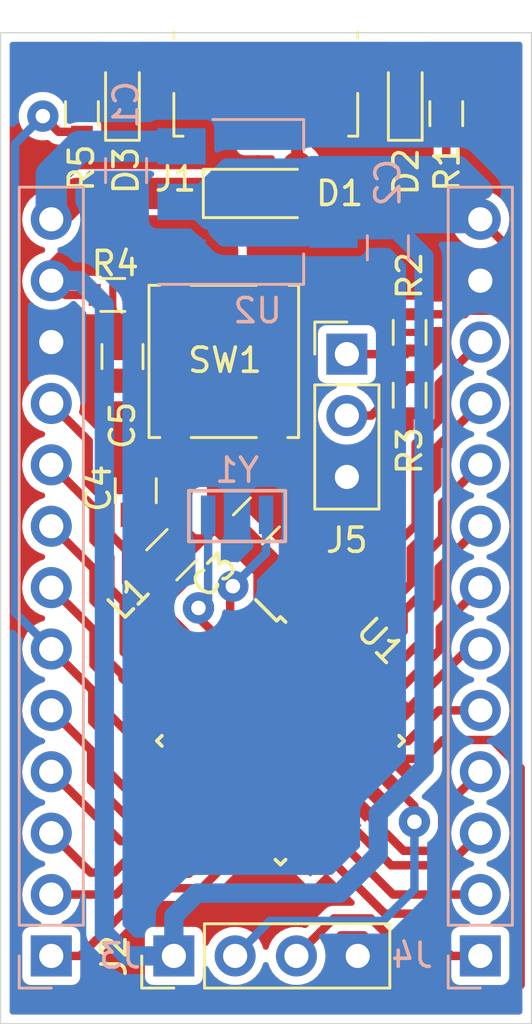
<source format=kicad_pcb>
(kicad_pcb (version 20171130) (host pcbnew "(5.1.2)-1")

  (general
    (thickness 1.6)
    (drawings 4)
    (tracks 297)
    (zones 0)
    (modules 23)
    (nets 40)
  )

  (page A4)
  (layers
    (0 F.Cu signal)
    (31 B.Cu signal)
    (32 B.Adhes user)
    (33 F.Adhes user)
    (34 B.Paste user)
    (35 F.Paste user)
    (36 B.SilkS user)
    (37 F.SilkS user)
    (38 B.Mask user)
    (39 F.Mask user)
    (40 Dwgs.User user)
    (41 Cmts.User user)
    (42 Eco1.User user)
    (43 Eco2.User user)
    (44 Edge.Cuts user)
    (45 Margin user)
    (46 B.CrtYd user)
    (47 F.CrtYd user)
    (48 B.Fab user)
    (49 F.Fab user)
  )

  (setup
    (last_trace_width 0.8)
    (trace_clearance 0.1)
    (zone_clearance 0.508)
    (zone_45_only no)
    (trace_min 0.2)
    (via_size 1.3)
    (via_drill 0.6)
    (via_min_size 0.4)
    (via_min_drill 0.3)
    (uvia_size 0.3)
    (uvia_drill 0.1)
    (uvias_allowed no)
    (uvia_min_size 0.2)
    (uvia_min_drill 0.1)
    (edge_width 0.05)
    (segment_width 0.2)
    (pcb_text_width 0.3)
    (pcb_text_size 1.5 1.5)
    (mod_edge_width 0.12)
    (mod_text_size 1 1)
    (mod_text_width 0.15)
    (pad_size 1.524 1.524)
    (pad_drill 0.762)
    (pad_to_mask_clearance 0.051)
    (solder_mask_min_width 0.25)
    (aux_axis_origin 0 0)
    (visible_elements FFFFFF7F)
    (pcbplotparams
      (layerselection 0x01000_ffffffff)
      (usegerberextensions false)
      (usegerberattributes false)
      (usegerberadvancedattributes false)
      (creategerberjobfile false)
      (excludeedgelayer true)
      (linewidth 0.100000)
      (plotframeref false)
      (viasonmask false)
      (mode 1)
      (useauxorigin false)
      (hpglpennumber 1)
      (hpglpenspeed 20)
      (hpglpendiameter 15.000000)
      (psnegative false)
      (psa4output false)
      (plotreference true)
      (plotvalue true)
      (plotinvisibletext false)
      (padsonsilk false)
      (subtractmaskfromsilk false)
      (outputformat 4)
      (mirror false)
      (drillshape 1)
      (scaleselection 1)
      (outputdirectory ""))
  )

  (net 0 "")
  (net 1 GND)
  (net 2 +VDC)
  (net 3 +3V3)
  (net 4 /VDDA)
  (net 5 /NRST)
  (net 6 "Net-(D1-Pad2)")
  (net 7 "Net-(D2-Pad2)")
  (net 8 "Net-(D3-Pad2)")
  (net 9 "Net-(J1-Pad2)")
  (net 10 "Net-(J1-Pad3)")
  (net 11 "Net-(J1-Pad4)")
  (net 12 /DCLK)
  (net 13 /DIO)
  (net 14 /PB1)
  (net 15 /PB0)
  (net 16 /PA7)
  (net 17 /PA6)
  (net 18 /PA5)
  (net 19 /PA4)
  (net 20 /PA3)
  (net 21 /PA2)
  (net 22 /PA1)
  (net 23 /PA0)
  (net 24 /PB7)
  (net 25 /PB6)
  (net 26 /PB5)
  (net 27 /PB4)
  (net 28 /PB3)
  (net 29 /PA15)
  (net 30 /PA12)
  (net 31 /PA11)
  (net 32 /PA10)
  (net 33 /PA9)
  (net 34 /PA8)
  (net 35 "Net-(J5-Pad2)")
  (net 36 "Net-(J5-Pad1)")
  (net 37 /BOOT)
  (net 38 /OSCB)
  (net 39 /OSCA)

  (net_class Default "This is the default net class."
    (clearance 0.1)
    (trace_width 0.8)
    (via_dia 1.3)
    (via_drill 0.6)
    (uvia_dia 0.3)
    (uvia_drill 0.1)
    (add_net +3V3)
    (add_net +VDC)
    (add_net GND)
    (add_net "Net-(D1-Pad2)")
    (add_net "Net-(D2-Pad2)")
    (add_net "Net-(D3-Pad2)")
    (add_net "Net-(J1-Pad2)")
    (add_net "Net-(J1-Pad3)")
    (add_net "Net-(J1-Pad4)")
    (add_net "Net-(J5-Pad1)")
    (add_net "Net-(J5-Pad2)")
  )

  (net_class rLogic ""
    (clearance 0.2)
    (trace_width 0.35)
    (via_dia 1.3)
    (via_drill 0.6)
    (uvia_dia 0.3)
    (uvia_drill 0.1)
    (add_net /BOOT)
    (add_net /DCLK)
    (add_net /DIO)
    (add_net /NRST)
    (add_net /OSCA)
    (add_net /OSCB)
    (add_net /PA0)
    (add_net /PA1)
    (add_net /PA10)
    (add_net /PA11)
    (add_net /PA12)
    (add_net /PA15)
    (add_net /PA2)
    (add_net /PA3)
    (add_net /PA4)
    (add_net /PA5)
    (add_net /PA6)
    (add_net /PA7)
    (add_net /PA8)
    (add_net /PA9)
    (add_net /PB0)
    (add_net /PB1)
    (add_net /PB3)
    (add_net /PB4)
    (add_net /PB5)
    (add_net /PB6)
    (add_net /PB7)
    (add_net /VDDA)
  )

  (net_class rPW ""
    (clearance 0.2)
    (trace_width 1.3)
    (via_dia 1.3)
    (via_drill 0.6)
    (uvia_dia 0.3)
    (uvia_drill 0.1)
  )

  (net_class rPWm ""
    (clearance 0.1)
    (trace_width 0.5)
    (via_dia 1.3)
    (via_drill 0.6)
    (uvia_dia 0.3)
    (uvia_drill 0.1)
  )

  (module Capacitors_SMD:C_0805 (layer B.Cu) (tedit 58AA8463) (tstamp 5D2001C8)
    (at 41.2 43.7 270)
    (descr "Capacitor SMD 0805, reflow soldering, AVX (see smccp.pdf)")
    (tags "capacitor 0805")
    (path /5CEF4E83)
    (attr smd)
    (fp_text reference C1 (at -2.725 0 90) (layer B.SilkS)
      (effects (font (size 1 1) (thickness 0.15)) (justify mirror))
    )
    (fp_text value 22uF (at 3.65 -0.05 90) (layer B.Fab)
      (effects (font (size 1 1) (thickness 0.15)) (justify mirror))
    )
    (fp_line (start 1.75 -0.87) (end -1.75 -0.87) (layer B.CrtYd) (width 0.05))
    (fp_line (start 1.75 -0.87) (end 1.75 0.88) (layer B.CrtYd) (width 0.05))
    (fp_line (start -1.75 0.88) (end -1.75 -0.87) (layer B.CrtYd) (width 0.05))
    (fp_line (start -1.75 0.88) (end 1.75 0.88) (layer B.CrtYd) (width 0.05))
    (fp_line (start -0.5 -0.85) (end 0.5 -0.85) (layer B.SilkS) (width 0.12))
    (fp_line (start 0.5 0.85) (end -0.5 0.85) (layer B.SilkS) (width 0.12))
    (fp_line (start -1 0.62) (end 1 0.62) (layer B.Fab) (width 0.1))
    (fp_line (start 1 0.62) (end 1 -0.62) (layer B.Fab) (width 0.1))
    (fp_line (start 1 -0.62) (end -1 -0.62) (layer B.Fab) (width 0.1))
    (fp_line (start -1 -0.62) (end -1 0.62) (layer B.Fab) (width 0.1))
    (fp_text user %R (at -2.725 0 90) (layer B.Fab)
      (effects (font (size 1 1) (thickness 0.15)) (justify mirror))
    )
    (pad 2 smd rect (at 1 0 270) (size 1 1.25) (layers B.Cu B.Paste B.Mask)
      (net 1 GND))
    (pad 1 smd rect (at -1 0 270) (size 1 1.25) (layers B.Cu B.Paste B.Mask)
      (net 2 +VDC))
    (model Capacitors_SMD.3dshapes/C_0805.wrl
      (at (xyz 0 0 0))
      (scale (xyz 1 1 1))
      (rotate (xyz 0 0 0))
    )
  )

  (module Capacitors_SMD:C_0805 (layer B.Cu) (tedit 58AA8463) (tstamp 5D2001D9)
    (at 52.05 46.9 270)
    (descr "Capacitor SMD 0805, reflow soldering, AVX (see smccp.pdf)")
    (tags "capacitor 0805")
    (path /5CF48C74)
    (attr smd)
    (fp_text reference C2 (at -2.7 0 90) (layer B.SilkS)
      (effects (font (size 1 1) (thickness 0.15)) (justify mirror))
    )
    (fp_text value 22uF (at 0 -1.75 90) (layer B.Fab)
      (effects (font (size 1 1) (thickness 0.15)) (justify mirror))
    )
    (fp_line (start 1.75 -0.87) (end -1.75 -0.87) (layer B.CrtYd) (width 0.05))
    (fp_line (start 1.75 -0.87) (end 1.75 0.88) (layer B.CrtYd) (width 0.05))
    (fp_line (start -1.75 0.88) (end -1.75 -0.87) (layer B.CrtYd) (width 0.05))
    (fp_line (start -1.75 0.88) (end 1.75 0.88) (layer B.CrtYd) (width 0.05))
    (fp_line (start -0.5 -0.85) (end 0.5 -0.85) (layer B.SilkS) (width 0.12))
    (fp_line (start 0.5 0.85) (end -0.5 0.85) (layer B.SilkS) (width 0.12))
    (fp_line (start -1 0.62) (end 1 0.62) (layer B.Fab) (width 0.1))
    (fp_line (start 1 0.62) (end 1 -0.62) (layer B.Fab) (width 0.1))
    (fp_line (start 1 -0.62) (end -1 -0.62) (layer B.Fab) (width 0.1))
    (fp_line (start -1 -0.62) (end -1 0.62) (layer B.Fab) (width 0.1))
    (fp_text user %R (at -2.7 0 90) (layer B.Fab)
      (effects (font (size 1 1) (thickness 0.15)) (justify mirror))
    )
    (pad 2 smd rect (at 1 0 270) (size 1 1.25) (layers B.Cu B.Paste B.Mask)
      (net 1 GND))
    (pad 1 smd rect (at -1 0 270) (size 1 1.25) (layers B.Cu B.Paste B.Mask)
      (net 3 +3V3))
    (model Capacitors_SMD.3dshapes/C_0805.wrl
      (at (xyz 0 0 0))
      (scale (xyz 1 1 1))
      (rotate (xyz 0 0 0))
    )
  )

  (module Capacitors_SMD:C_0805 (layer F.Cu) (tedit 58AA8463) (tstamp 5D2037EC)
    (at 46.6 58.2 45)
    (descr "Capacitor SMD 0805, reflow soldering, AVX (see smccp.pdf)")
    (tags "capacitor 0805")
    (path /5CF16F04)
    (attr smd)
    (fp_text reference C3 (at -2.828427 0.353553 45) (layer F.SilkS)
      (effects (font (size 1 1) (thickness 0.15)))
    )
    (fp_text value 10uF (at 0 1.75 45) (layer F.Fab)
      (effects (font (size 1 1) (thickness 0.15)))
    )
    (fp_text user %R (at -2.828427 0.353553 45) (layer F.Fab)
      (effects (font (size 1 1) (thickness 0.15)))
    )
    (fp_line (start -1 0.62) (end -1 -0.62) (layer F.Fab) (width 0.1))
    (fp_line (start 1 0.62) (end -1 0.62) (layer F.Fab) (width 0.1))
    (fp_line (start 1 -0.62) (end 1 0.62) (layer F.Fab) (width 0.1))
    (fp_line (start -1 -0.62) (end 1 -0.62) (layer F.Fab) (width 0.1))
    (fp_line (start 0.5 -0.85) (end -0.5 -0.85) (layer F.SilkS) (width 0.12))
    (fp_line (start -0.5 0.85) (end 0.5 0.85) (layer F.SilkS) (width 0.12))
    (fp_line (start -1.75 -0.88) (end 1.75 -0.88) (layer F.CrtYd) (width 0.05))
    (fp_line (start -1.75 -0.88) (end -1.75 0.87) (layer F.CrtYd) (width 0.05))
    (fp_line (start 1.75 0.87) (end 1.75 -0.88) (layer F.CrtYd) (width 0.05))
    (fp_line (start 1.75 0.87) (end -1.75 0.87) (layer F.CrtYd) (width 0.05))
    (pad 1 smd rect (at -1 0 45) (size 1 1.25) (layers F.Cu F.Paste F.Mask)
      (net 3 +3V3))
    (pad 2 smd rect (at 1 0 45) (size 1 1.25) (layers F.Cu F.Paste F.Mask)
      (net 1 GND))
    (model Capacitors_SMD.3dshapes/C_0805.wrl
      (at (xyz 0 0 0))
      (scale (xyz 1 1 1))
      (rotate (xyz 0 0 0))
    )
  )

  (module Capacitors_SMD:C_0805 (layer F.Cu) (tedit 58AA8463) (tstamp 5D2001FB)
    (at 41.6 56.95 270)
    (descr "Capacitor SMD 0805, reflow soldering, AVX (see smccp.pdf)")
    (tags "capacitor 0805")
    (path /5D237815)
    (attr smd)
    (fp_text reference C4 (at -0.1 1.55 90) (layer F.SilkS)
      (effects (font (size 1 1) (thickness 0.15)))
    )
    (fp_text value 100nF (at -0.15 -3 180) (layer F.Fab)
      (effects (font (size 1 1) (thickness 0.15)))
    )
    (fp_line (start 1.75 0.87) (end -1.75 0.87) (layer F.CrtYd) (width 0.05))
    (fp_line (start 1.75 0.87) (end 1.75 -0.88) (layer F.CrtYd) (width 0.05))
    (fp_line (start -1.75 -0.88) (end -1.75 0.87) (layer F.CrtYd) (width 0.05))
    (fp_line (start -1.75 -0.88) (end 1.75 -0.88) (layer F.CrtYd) (width 0.05))
    (fp_line (start -0.5 0.85) (end 0.5 0.85) (layer F.SilkS) (width 0.12))
    (fp_line (start 0.5 -0.85) (end -0.5 -0.85) (layer F.SilkS) (width 0.12))
    (fp_line (start -1 -0.62) (end 1 -0.62) (layer F.Fab) (width 0.1))
    (fp_line (start 1 -0.62) (end 1 0.62) (layer F.Fab) (width 0.1))
    (fp_line (start 1 0.62) (end -1 0.62) (layer F.Fab) (width 0.1))
    (fp_line (start -1 0.62) (end -1 -0.62) (layer F.Fab) (width 0.1))
    (fp_text user %R (at -0.1 1.55 90) (layer F.Fab)
      (effects (font (size 1 1) (thickness 0.15)))
    )
    (pad 2 smd rect (at 1 0 270) (size 1 1.25) (layers F.Cu F.Paste F.Mask)
      (net 4 /VDDA))
    (pad 1 smd rect (at -1 0 270) (size 1 1.25) (layers F.Cu F.Paste F.Mask)
      (net 1 GND))
    (model Capacitors_SMD.3dshapes/C_0805.wrl
      (at (xyz 0 0 0))
      (scale (xyz 1 1 1))
      (rotate (xyz 0 0 0))
    )
  )

  (module Capacitors_SMD:C_0805 (layer F.Cu) (tedit 58AA8463) (tstamp 5D20020C)
    (at 41.05 51.4 90)
    (descr "Capacitor SMD 0805, reflow soldering, AVX (see smccp.pdf)")
    (tags "capacitor 0805")
    (path /5CEF515B)
    (attr smd)
    (fp_text reference C5 (at -2.85 0 90) (layer F.SilkS)
      (effects (font (size 1 1) (thickness 0.15)))
    )
    (fp_text value 100nF (at 0 1.75 90) (layer F.Fab)
      (effects (font (size 1 1) (thickness 0.15)))
    )
    (fp_line (start 1.75 0.87) (end -1.75 0.87) (layer F.CrtYd) (width 0.05))
    (fp_line (start 1.75 0.87) (end 1.75 -0.88) (layer F.CrtYd) (width 0.05))
    (fp_line (start -1.75 -0.88) (end -1.75 0.87) (layer F.CrtYd) (width 0.05))
    (fp_line (start -1.75 -0.88) (end 1.75 -0.88) (layer F.CrtYd) (width 0.05))
    (fp_line (start -0.5 0.85) (end 0.5 0.85) (layer F.SilkS) (width 0.12))
    (fp_line (start 0.5 -0.85) (end -0.5 -0.85) (layer F.SilkS) (width 0.12))
    (fp_line (start -1 -0.62) (end 1 -0.62) (layer F.Fab) (width 0.1))
    (fp_line (start 1 -0.62) (end 1 0.62) (layer F.Fab) (width 0.1))
    (fp_line (start 1 0.62) (end -1 0.62) (layer F.Fab) (width 0.1))
    (fp_line (start -1 0.62) (end -1 -0.62) (layer F.Fab) (width 0.1))
    (fp_text user %R (at -2.85 0 90) (layer F.Fab)
      (effects (font (size 1 1) (thickness 0.15)))
    )
    (pad 2 smd rect (at 1 0 90) (size 1 1.25) (layers F.Cu F.Paste F.Mask)
      (net 1 GND))
    (pad 1 smd rect (at -1 0 90) (size 1 1.25) (layers F.Cu F.Paste F.Mask)
      (net 5 /NRST))
    (model Capacitors_SMD.3dshapes/C_0805.wrl
      (at (xyz 0 0 0))
      (scale (xyz 1 1 1))
      (rotate (xyz 0 0 0))
    )
  )

  (module Diodes_SMD:D_SOD-123 (layer F.Cu) (tedit 58645DC7) (tstamp 5D200225)
    (at 46.65 44.65)
    (descr SOD-123)
    (tags SOD-123)
    (path /5CEFA409)
    (attr smd)
    (fp_text reference D1 (at 3.4 0) (layer F.SilkS)
      (effects (font (size 1 1) (thickness 0.15)))
    )
    (fp_text value MBR0530 (at 0 1.85) (layer F.Fab)
      (effects (font (size 1 1) (thickness 0.15)))
    )
    (fp_line (start -2.25 -1) (end 1.65 -1) (layer F.SilkS) (width 0.12))
    (fp_line (start -2.25 1) (end 1.65 1) (layer F.SilkS) (width 0.12))
    (fp_line (start -2.35 -1.15) (end -2.35 1.15) (layer F.CrtYd) (width 0.05))
    (fp_line (start 2.35 1.15) (end -2.35 1.15) (layer F.CrtYd) (width 0.05))
    (fp_line (start 2.35 -1.15) (end 2.35 1.15) (layer F.CrtYd) (width 0.05))
    (fp_line (start -2.35 -1.15) (end 2.35 -1.15) (layer F.CrtYd) (width 0.05))
    (fp_line (start -1.4 -0.9) (end 1.4 -0.9) (layer F.Fab) (width 0.1))
    (fp_line (start 1.4 -0.9) (end 1.4 0.9) (layer F.Fab) (width 0.1))
    (fp_line (start 1.4 0.9) (end -1.4 0.9) (layer F.Fab) (width 0.1))
    (fp_line (start -1.4 0.9) (end -1.4 -0.9) (layer F.Fab) (width 0.1))
    (fp_line (start -0.75 0) (end -0.35 0) (layer F.Fab) (width 0.1))
    (fp_line (start -0.35 0) (end -0.35 -0.55) (layer F.Fab) (width 0.1))
    (fp_line (start -0.35 0) (end -0.35 0.55) (layer F.Fab) (width 0.1))
    (fp_line (start -0.35 0) (end 0.25 -0.4) (layer F.Fab) (width 0.1))
    (fp_line (start 0.25 -0.4) (end 0.25 0.4) (layer F.Fab) (width 0.1))
    (fp_line (start 0.25 0.4) (end -0.35 0) (layer F.Fab) (width 0.1))
    (fp_line (start 0.25 0) (end 0.75 0) (layer F.Fab) (width 0.1))
    (fp_line (start -2.25 -1) (end -2.25 1) (layer F.SilkS) (width 0.12))
    (fp_text user %R (at 3.45 0) (layer F.Fab)
      (effects (font (size 1 1) (thickness 0.15)))
    )
    (pad 2 smd rect (at 1.65 0) (size 0.9 1.2) (layers F.Cu F.Paste F.Mask)
      (net 6 "Net-(D1-Pad2)"))
    (pad 1 smd rect (at -1.65 0) (size 0.9 1.2) (layers F.Cu F.Paste F.Mask)
      (net 2 +VDC))
    (model ${KISYS3DMOD}/Diodes_SMD.3dshapes/D_SOD-123.wrl
      (at (xyz 0 0 0))
      (scale (xyz 1 1 1))
      (rotate (xyz 0 0 0))
    )
  )

  (module LEDs:LED_0805 (layer F.Cu) (tedit 59959803) (tstamp 5D20023B)
    (at 52.77 40.65 90)
    (descr "LED 0805 smd package")
    (tags "LED led 0805 SMD smd SMT smt smdled SMDLED smtled SMTLED")
    (path /5CEF5E83)
    (attr smd)
    (fp_text reference D2 (at -3.1 0.03 90) (layer F.SilkS)
      (effects (font (size 1 1) (thickness 0.15)))
    )
    (fp_text value LED (at 1.8 2.28 180) (layer F.Fab)
      (effects (font (size 1 1) (thickness 0.15)))
    )
    (fp_text user %R (at 2.3 0.03 180) (layer F.Fab)
      (effects (font (size 0.4 0.4) (thickness 0.1)))
    )
    (fp_line (start -1.95 -0.85) (end 1.95 -0.85) (layer F.CrtYd) (width 0.05))
    (fp_line (start -1.95 0.85) (end -1.95 -0.85) (layer F.CrtYd) (width 0.05))
    (fp_line (start 1.95 0.85) (end -1.95 0.85) (layer F.CrtYd) (width 0.05))
    (fp_line (start 1.95 -0.85) (end 1.95 0.85) (layer F.CrtYd) (width 0.05))
    (fp_line (start -1.8 -0.7) (end 1 -0.7) (layer F.SilkS) (width 0.12))
    (fp_line (start -1.8 0.7) (end 1 0.7) (layer F.SilkS) (width 0.12))
    (fp_line (start -1 0.6) (end -1 -0.6) (layer F.Fab) (width 0.1))
    (fp_line (start -1 -0.6) (end 1 -0.6) (layer F.Fab) (width 0.1))
    (fp_line (start 1 -0.6) (end 1 0.6) (layer F.Fab) (width 0.1))
    (fp_line (start 1 0.6) (end -1 0.6) (layer F.Fab) (width 0.1))
    (fp_line (start 0.2 -0.4) (end 0.2 0.4) (layer F.Fab) (width 0.1))
    (fp_line (start 0.2 0.4) (end -0.4 0) (layer F.Fab) (width 0.1))
    (fp_line (start -0.4 0) (end 0.2 -0.4) (layer F.Fab) (width 0.1))
    (fp_line (start -0.4 -0.4) (end -0.4 0.4) (layer F.Fab) (width 0.1))
    (fp_line (start -1.8 -0.7) (end -1.8 0.7) (layer F.SilkS) (width 0.12))
    (pad 1 smd rect (at -1.1 0 270) (size 1.2 1.2) (layers F.Cu F.Paste F.Mask)
      (net 1 GND))
    (pad 2 smd rect (at 1.1 0 270) (size 1.2 1.2) (layers F.Cu F.Paste F.Mask)
      (net 7 "Net-(D2-Pad2)"))
    (model ${KISYS3DMOD}/LEDs.3dshapes/LED_0805.wrl
      (at (xyz 0 0 0))
      (scale (xyz 1 1 1))
      (rotate (xyz 0 0 180))
    )
  )

  (module LEDs:LED_0805 (layer F.Cu) (tedit 59959803) (tstamp 5D200251)
    (at 41.05 40.65 90)
    (descr "LED 0805 smd package")
    (tags "LED led 0805 SMD smd SMT smt smdled SMDLED smtled SMTLED")
    (path /5CEF65F5)
    (attr smd)
    (fp_text reference D3 (at -3.05 0.15 90) (layer F.SilkS)
      (effects (font (size 1 1) (thickness 0.15)))
    )
    (fp_text value LED (at 1.35 -2.4 180) (layer F.Fab)
      (effects (font (size 1 1) (thickness 0.15)))
    )
    (fp_line (start -1.8 -0.7) (end -1.8 0.7) (layer F.SilkS) (width 0.12))
    (fp_line (start -0.4 -0.4) (end -0.4 0.4) (layer F.Fab) (width 0.1))
    (fp_line (start -0.4 0) (end 0.2 -0.4) (layer F.Fab) (width 0.1))
    (fp_line (start 0.2 0.4) (end -0.4 0) (layer F.Fab) (width 0.1))
    (fp_line (start 0.2 -0.4) (end 0.2 0.4) (layer F.Fab) (width 0.1))
    (fp_line (start 1 0.6) (end -1 0.6) (layer F.Fab) (width 0.1))
    (fp_line (start 1 -0.6) (end 1 0.6) (layer F.Fab) (width 0.1))
    (fp_line (start -1 -0.6) (end 1 -0.6) (layer F.Fab) (width 0.1))
    (fp_line (start -1 0.6) (end -1 -0.6) (layer F.Fab) (width 0.1))
    (fp_line (start -1.8 0.7) (end 1 0.7) (layer F.SilkS) (width 0.12))
    (fp_line (start -1.8 -0.7) (end 1 -0.7) (layer F.SilkS) (width 0.12))
    (fp_line (start 1.95 -0.85) (end 1.95 0.85) (layer F.CrtYd) (width 0.05))
    (fp_line (start 1.95 0.85) (end -1.95 0.85) (layer F.CrtYd) (width 0.05))
    (fp_line (start -1.95 0.85) (end -1.95 -0.85) (layer F.CrtYd) (width 0.05))
    (fp_line (start -1.95 -0.85) (end 1.95 -0.85) (layer F.CrtYd) (width 0.05))
    (fp_text user %R (at 2.3 0 180) (layer F.Fab)
      (effects (font (size 0.4 0.4) (thickness 0.1)))
    )
    (pad 2 smd rect (at 1.1 0 270) (size 1.2 1.2) (layers F.Cu F.Paste F.Mask)
      (net 8 "Net-(D3-Pad2)"))
    (pad 1 smd rect (at -1.1 0 270) (size 1.2 1.2) (layers F.Cu F.Paste F.Mask)
      (net 1 GND))
    (model ${KISYS3DMOD}/LEDs.3dshapes/LED_0805.wrl
      (at (xyz 0 0 0))
      (scale (xyz 1 1 1))
      (rotate (xyz 0 0 180))
    )
  )

  (module Connectors_USB:USB_Micro-B_Molex_47346-0001 (layer F.Cu) (tedit 594C50D0) (tstamp 5D200271)
    (at 46.99 39.37 180)
    (descr "Micro USB B receptable with flange, bottom-mount, SMD, right-angle (http://www.molex.com/pdm_docs/sd/473460001_sd.pdf)")
    (tags "Micro B USB SMD")
    (path /5CEF900B)
    (attr smd)
    (fp_text reference J1 (at 3.74 -4.68 180) (layer F.SilkS)
      (effects (font (size 1 1) (thickness 0.15)))
    )
    (fp_text value USB_B_Micro (at 0.165 -0.03 180) (layer F.Fab)
      (effects (font (size 1 1) (thickness 0.15)))
    )
    (fp_text user "PCB Edge" (at 0 1.47 180) (layer Dwgs.User)
      (effects (font (size 0.4 0.4) (thickness 0.04)))
    )
    (fp_text user %R (at 3.74 -4.68) (layer F.Fab)
      (effects (font (size 1 1) (thickness 0.15)))
    )
    (fp_line (start 3.81 -2.91) (end 3.43 -2.91) (layer F.SilkS) (width 0.12))
    (fp_line (start 4.6 2.7) (end -4.6 2.7) (layer F.CrtYd) (width 0.05))
    (fp_line (start 4.6 -3.9) (end 4.6 2.7) (layer F.CrtYd) (width 0.05))
    (fp_line (start -4.6 -3.9) (end 4.6 -3.9) (layer F.CrtYd) (width 0.05))
    (fp_line (start -4.6 2.7) (end -4.6 -3.9) (layer F.CrtYd) (width 0.05))
    (fp_line (start 3.75 2.15) (end -3.75 2.15) (layer F.Fab) (width 0.1))
    (fp_line (start 3.75 -2.85) (end 3.75 2.15) (layer F.Fab) (width 0.1))
    (fp_line (start -3.75 -2.85) (end 3.75 -2.85) (layer F.Fab) (width 0.1))
    (fp_line (start -3.75 2.15) (end -3.75 -2.85) (layer F.Fab) (width 0.1))
    (fp_line (start 3.81 1.14) (end 3.81 1.4) (layer F.SilkS) (width 0.12))
    (fp_line (start 3.81 -2.91) (end 3.81 -1.14) (layer F.SilkS) (width 0.12))
    (fp_line (start -3.81 -2.91) (end -3.43 -2.91) (layer F.SilkS) (width 0.12))
    (fp_line (start -3.81 -1.14) (end -3.81 -2.91) (layer F.SilkS) (width 0.12))
    (fp_line (start -3.81 1.4) (end -3.81 1.14) (layer F.SilkS) (width 0.12))
    (fp_line (start -3.25 1.45) (end 3.25 1.45) (layer F.Fab) (width 0.1))
    (pad 1 smd rect (at -1.3 -2.66 180) (size 0.45 1.38) (layers F.Cu F.Paste F.Mask)
      (net 6 "Net-(D1-Pad2)"))
    (pad 2 smd rect (at -0.65 -2.66 180) (size 0.45 1.38) (layers F.Cu F.Paste F.Mask)
      (net 9 "Net-(J1-Pad2)"))
    (pad 3 smd rect (at 0 -2.66 180) (size 0.45 1.38) (layers F.Cu F.Paste F.Mask)
      (net 10 "Net-(J1-Pad3)"))
    (pad 4 smd rect (at 0.65 -2.66 180) (size 0.45 1.38) (layers F.Cu F.Paste F.Mask)
      (net 11 "Net-(J1-Pad4)"))
    (pad 5 smd rect (at 1.3 -2.66 180) (size 0.45 1.38) (layers F.Cu F.Paste F.Mask)
      (net 1 GND))
    (pad 6 smd rect (at -2.4625 -2.3 180) (size 1.475 2.1) (layers F.Cu F.Paste F.Mask)
      (net 1 GND))
    (pad 6 smd rect (at 2.4625 -2.3 180) (size 1.475 2.1) (layers F.Cu F.Paste F.Mask)
      (net 1 GND))
    (pad 6 smd rect (at -2.91 0 180) (size 2.375 1.9) (layers F.Cu F.Paste F.Mask)
      (net 1 GND))
    (pad 6 smd rect (at 2.91 0 180) (size 2.375 1.9) (layers F.Cu F.Paste F.Mask)
      (net 1 GND))
    (pad 6 smd rect (at -0.84 0 180) (size 1.175 1.9) (layers F.Cu F.Paste F.Mask)
      (net 1 GND))
    (pad 6 smd rect (at 0.84 0 180) (size 1.175 1.9) (layers F.Cu F.Paste F.Mask)
      (net 1 GND))
    (model ${KISYS3DMOD}/Connectors_USB.3dshapes/USB_Micro-B_Molex_47346-0001.wrl
      (at (xyz 0 0 0))
      (scale (xyz 1 1 1))
      (rotate (xyz 0 0 0))
    )
  )

  (module Pin_Headers:Pin_Header_Straight_1x04_Pitch2.54mm (layer F.Cu) (tedit 59650532) (tstamp 5D200289)
    (at 43.18 76.2 90)
    (descr "Through hole straight pin header, 1x04, 2.54mm pitch, single row")
    (tags "Through hole pin header THT 1x04 2.54mm single row")
    (path /5CEFC631)
    (fp_text reference J2 (at 0 -2.48 90) (layer F.SilkS)
      (effects (font (size 1 1) (thickness 0.15)))
    )
    (fp_text value STLink (at 2.55 8.395 180) (layer F.Fab)
      (effects (font (size 1 1) (thickness 0.15)))
    )
    (fp_text user %R (at 0 3.81) (layer F.Fab)
      (effects (font (size 1 1) (thickness 0.15)))
    )
    (fp_line (start 1.8 -1.8) (end -1.8 -1.8) (layer F.CrtYd) (width 0.05))
    (fp_line (start 1.8 9.4) (end 1.8 -1.8) (layer F.CrtYd) (width 0.05))
    (fp_line (start -1.8 9.4) (end 1.8 9.4) (layer F.CrtYd) (width 0.05))
    (fp_line (start -1.8 -1.8) (end -1.8 9.4) (layer F.CrtYd) (width 0.05))
    (fp_line (start -1.33 -1.33) (end 0 -1.33) (layer F.SilkS) (width 0.12))
    (fp_line (start -1.33 0) (end -1.33 -1.33) (layer F.SilkS) (width 0.12))
    (fp_line (start -1.33 1.27) (end 1.33 1.27) (layer F.SilkS) (width 0.12))
    (fp_line (start 1.33 1.27) (end 1.33 8.95) (layer F.SilkS) (width 0.12))
    (fp_line (start -1.33 1.27) (end -1.33 8.95) (layer F.SilkS) (width 0.12))
    (fp_line (start -1.33 8.95) (end 1.33 8.95) (layer F.SilkS) (width 0.12))
    (fp_line (start -1.27 -0.635) (end -0.635 -1.27) (layer F.Fab) (width 0.1))
    (fp_line (start -1.27 8.89) (end -1.27 -0.635) (layer F.Fab) (width 0.1))
    (fp_line (start 1.27 8.89) (end -1.27 8.89) (layer F.Fab) (width 0.1))
    (fp_line (start 1.27 -1.27) (end 1.27 8.89) (layer F.Fab) (width 0.1))
    (fp_line (start -0.635 -1.27) (end 1.27 -1.27) (layer F.Fab) (width 0.1))
    (pad 4 thru_hole oval (at 0 7.62 90) (size 1.7 1.7) (drill 1) (layers *.Cu *.Mask)
      (net 1 GND))
    (pad 3 thru_hole oval (at 0 5.08 90) (size 1.7 1.7) (drill 1) (layers *.Cu *.Mask)
      (net 12 /DCLK))
    (pad 2 thru_hole oval (at 0 2.54 90) (size 1.7 1.7) (drill 1) (layers *.Cu *.Mask)
      (net 13 /DIO))
    (pad 1 thru_hole rect (at 0 0 90) (size 1.7 1.7) (drill 1) (layers *.Cu *.Mask)
      (net 3 +3V3))
    (model ${KISYS3DMOD}/Pin_Headers.3dshapes/Pin_Header_Straight_1x04_Pitch2.54mm.wrl
      (at (xyz 0 0 0))
      (scale (xyz 1 1 1))
      (rotate (xyz 0 0 0))
    )
  )

  (module Pin_Headers:Pin_Header_Straight_1x13_Pitch2.54mm (layer B.Cu) (tedit 59650532) (tstamp 5D2002AA)
    (at 38.1 76.2)
    (descr "Through hole straight pin header, 1x13, 2.54mm pitch, single row")
    (tags "Through hole pin header THT 1x13 2.54mm single row")
    (path /5D25B814)
    (fp_text reference J3 (at 2.85 0) (layer B.SilkS)
      (effects (font (size 1 1) (thickness 0.15)) (justify mirror))
    )
    (fp_text value " " (at 0 -32.81) (layer B.Fab)
      (effects (font (size 1 1) (thickness 0.15)) (justify mirror))
    )
    (fp_line (start -0.635 1.27) (end 1.27 1.27) (layer B.Fab) (width 0.1))
    (fp_line (start 1.27 1.27) (end 1.27 -31.75) (layer B.Fab) (width 0.1))
    (fp_line (start 1.27 -31.75) (end -1.27 -31.75) (layer B.Fab) (width 0.1))
    (fp_line (start -1.27 -31.75) (end -1.27 0.635) (layer B.Fab) (width 0.1))
    (fp_line (start -1.27 0.635) (end -0.635 1.27) (layer B.Fab) (width 0.1))
    (fp_line (start -1.33 -31.81) (end 1.33 -31.81) (layer B.SilkS) (width 0.12))
    (fp_line (start -1.33 -1.27) (end -1.33 -31.81) (layer B.SilkS) (width 0.12))
    (fp_line (start 1.33 -1.27) (end 1.33 -31.81) (layer B.SilkS) (width 0.12))
    (fp_line (start -1.33 -1.27) (end 1.33 -1.27) (layer B.SilkS) (width 0.12))
    (fp_line (start -1.33 0) (end -1.33 1.33) (layer B.SilkS) (width 0.12))
    (fp_line (start -1.33 1.33) (end 0 1.33) (layer B.SilkS) (width 0.12))
    (fp_line (start -1.8 1.8) (end -1.8 -32.25) (layer B.CrtYd) (width 0.05))
    (fp_line (start -1.8 -32.25) (end 1.8 -32.25) (layer B.CrtYd) (width 0.05))
    (fp_line (start 1.8 -32.25) (end 1.8 1.8) (layer B.CrtYd) (width 0.05))
    (fp_line (start 1.8 1.8) (end -1.8 1.8) (layer B.CrtYd) (width 0.05))
    (fp_text user %R (at 0 -15.24 -90) (layer B.Fab)
      (effects (font (size 1 1) (thickness 0.15)) (justify mirror))
    )
    (pad 1 thru_hole rect (at 0 0) (size 1.7 1.7) (drill 1) (layers *.Cu *.Mask)
      (net 14 /PB1))
    (pad 2 thru_hole oval (at 0 -2.54) (size 1.7 1.7) (drill 1) (layers *.Cu *.Mask)
      (net 15 /PB0))
    (pad 3 thru_hole oval (at 0 -5.08) (size 1.7 1.7) (drill 1) (layers *.Cu *.Mask)
      (net 16 /PA7))
    (pad 4 thru_hole oval (at 0 -7.62) (size 1.7 1.7) (drill 1) (layers *.Cu *.Mask)
      (net 17 /PA6))
    (pad 5 thru_hole oval (at 0 -10.16) (size 1.7 1.7) (drill 1) (layers *.Cu *.Mask)
      (net 18 /PA5))
    (pad 6 thru_hole oval (at 0 -12.7) (size 1.7 1.7) (drill 1) (layers *.Cu *.Mask)
      (net 19 /PA4))
    (pad 7 thru_hole oval (at 0 -15.24) (size 1.7 1.7) (drill 1) (layers *.Cu *.Mask)
      (net 20 /PA3))
    (pad 8 thru_hole oval (at 0 -17.78) (size 1.7 1.7) (drill 1) (layers *.Cu *.Mask)
      (net 21 /PA2))
    (pad 9 thru_hole oval (at 0 -20.32) (size 1.7 1.7) (drill 1) (layers *.Cu *.Mask)
      (net 22 /PA1))
    (pad 10 thru_hole oval (at 0 -22.86) (size 1.7 1.7) (drill 1) (layers *.Cu *.Mask)
      (net 23 /PA0))
    (pad 11 thru_hole oval (at 0 -25.4) (size 1.7 1.7) (drill 1) (layers *.Cu *.Mask)
      (net 1 GND))
    (pad 12 thru_hole oval (at 0 -27.94) (size 1.7 1.7) (drill 1) (layers *.Cu *.Mask)
      (net 3 +3V3))
    (pad 13 thru_hole oval (at 0 -30.48) (size 1.7 1.7) (drill 1) (layers *.Cu *.Mask)
      (net 2 +VDC))
    (model ${KISYS3DMOD}/Pin_Headers.3dshapes/Pin_Header_Straight_1x13_Pitch2.54mm.wrl
      (at (xyz 0 0 0))
      (scale (xyz 1 1 1))
      (rotate (xyz 0 0 0))
    )
  )

  (module Pin_Headers:Pin_Header_Straight_1x13_Pitch2.54mm (layer B.Cu) (tedit 59650532) (tstamp 5D2002CB)
    (at 55.88 76.2)
    (descr "Through hole straight pin header, 1x13, 2.54mm pitch, single row")
    (tags "Through hole pin header THT 1x13 2.54mm single row")
    (path /5D25C5A1)
    (fp_text reference J4 (at -2.83 -0.025) (layer B.SilkS)
      (effects (font (size 1 1) (thickness 0.15)) (justify mirror))
    )
    (fp_text value " " (at 0 -32.81) (layer B.Fab)
      (effects (font (size 1 1) (thickness 0.15)) (justify mirror))
    )
    (fp_text user %R (at 0 -15.24 -90) (layer B.Fab)
      (effects (font (size 1 1) (thickness 0.15)) (justify mirror))
    )
    (fp_line (start 1.8 1.8) (end -1.8 1.8) (layer B.CrtYd) (width 0.05))
    (fp_line (start 1.8 -32.25) (end 1.8 1.8) (layer B.CrtYd) (width 0.05))
    (fp_line (start -1.8 -32.25) (end 1.8 -32.25) (layer B.CrtYd) (width 0.05))
    (fp_line (start -1.8 1.8) (end -1.8 -32.25) (layer B.CrtYd) (width 0.05))
    (fp_line (start -1.33 1.33) (end 0 1.33) (layer B.SilkS) (width 0.12))
    (fp_line (start -1.33 0) (end -1.33 1.33) (layer B.SilkS) (width 0.12))
    (fp_line (start -1.33 -1.27) (end 1.33 -1.27) (layer B.SilkS) (width 0.12))
    (fp_line (start 1.33 -1.27) (end 1.33 -31.81) (layer B.SilkS) (width 0.12))
    (fp_line (start -1.33 -1.27) (end -1.33 -31.81) (layer B.SilkS) (width 0.12))
    (fp_line (start -1.33 -31.81) (end 1.33 -31.81) (layer B.SilkS) (width 0.12))
    (fp_line (start -1.27 0.635) (end -0.635 1.27) (layer B.Fab) (width 0.1))
    (fp_line (start -1.27 -31.75) (end -1.27 0.635) (layer B.Fab) (width 0.1))
    (fp_line (start 1.27 -31.75) (end -1.27 -31.75) (layer B.Fab) (width 0.1))
    (fp_line (start 1.27 1.27) (end 1.27 -31.75) (layer B.Fab) (width 0.1))
    (fp_line (start -0.635 1.27) (end 1.27 1.27) (layer B.Fab) (width 0.1))
    (pad 13 thru_hole oval (at 0 -30.48) (size 1.7 1.7) (drill 1) (layers *.Cu *.Mask)
      (net 3 +3V3))
    (pad 12 thru_hole oval (at 0 -27.94) (size 1.7 1.7) (drill 1) (layers *.Cu *.Mask)
      (net 1 GND))
    (pad 11 thru_hole oval (at 0 -25.4) (size 1.7 1.7) (drill 1) (layers *.Cu *.Mask)
      (net 24 /PB7))
    (pad 10 thru_hole oval (at 0 -22.86) (size 1.7 1.7) (drill 1) (layers *.Cu *.Mask)
      (net 25 /PB6))
    (pad 9 thru_hole oval (at 0 -20.32) (size 1.7 1.7) (drill 1) (layers *.Cu *.Mask)
      (net 26 /PB5))
    (pad 8 thru_hole oval (at 0 -17.78) (size 1.7 1.7) (drill 1) (layers *.Cu *.Mask)
      (net 27 /PB4))
    (pad 7 thru_hole oval (at 0 -15.24) (size 1.7 1.7) (drill 1) (layers *.Cu *.Mask)
      (net 28 /PB3))
    (pad 6 thru_hole oval (at 0 -12.7) (size 1.7 1.7) (drill 1) (layers *.Cu *.Mask)
      (net 29 /PA15))
    (pad 5 thru_hole oval (at 0 -10.16) (size 1.7 1.7) (drill 1) (layers *.Cu *.Mask)
      (net 30 /PA12))
    (pad 4 thru_hole oval (at 0 -7.62) (size 1.7 1.7) (drill 1) (layers *.Cu *.Mask)
      (net 31 /PA11))
    (pad 3 thru_hole oval (at 0 -5.08) (size 1.7 1.7) (drill 1) (layers *.Cu *.Mask)
      (net 32 /PA10))
    (pad 2 thru_hole oval (at 0 -2.54) (size 1.7 1.7) (drill 1) (layers *.Cu *.Mask)
      (net 33 /PA9))
    (pad 1 thru_hole rect (at 0 0) (size 1.7 1.7) (drill 1) (layers *.Cu *.Mask)
      (net 34 /PA8))
    (model ${KISYS3DMOD}/Pin_Headers.3dshapes/Pin_Header_Straight_1x13_Pitch2.54mm.wrl
      (at (xyz 0 0 0))
      (scale (xyz 1 1 1))
      (rotate (xyz 0 0 0))
    )
  )

  (module Pin_Headers:Pin_Header_Straight_1x03_Pitch2.54mm (layer F.Cu) (tedit 59650532) (tstamp 5D2002E2)
    (at 50.35 51.3)
    (descr "Through hole straight pin header, 1x03, 2.54mm pitch, single row")
    (tags "Through hole pin header THT 1x03 2.54mm single row")
    (path /5CF2AD67)
    (fp_text reference J5 (at 0 7.7) (layer F.SilkS)
      (effects (font (size 1 1) (thickness 0.15)))
    )
    (fp_text value BOOT (at 3.8 6.35) (layer F.Fab)
      (effects (font (size 1 1) (thickness 0.15)))
    )
    (fp_text user %R (at 0 2.54 90) (layer F.Fab)
      (effects (font (size 1 1) (thickness 0.15)))
    )
    (fp_line (start 1.8 -1.8) (end -1.8 -1.8) (layer F.CrtYd) (width 0.05))
    (fp_line (start 1.8 6.85) (end 1.8 -1.8) (layer F.CrtYd) (width 0.05))
    (fp_line (start -1.8 6.85) (end 1.8 6.85) (layer F.CrtYd) (width 0.05))
    (fp_line (start -1.8 -1.8) (end -1.8 6.85) (layer F.CrtYd) (width 0.05))
    (fp_line (start -1.33 -1.33) (end 0 -1.33) (layer F.SilkS) (width 0.12))
    (fp_line (start -1.33 0) (end -1.33 -1.33) (layer F.SilkS) (width 0.12))
    (fp_line (start -1.33 1.27) (end 1.33 1.27) (layer F.SilkS) (width 0.12))
    (fp_line (start 1.33 1.27) (end 1.33 6.41) (layer F.SilkS) (width 0.12))
    (fp_line (start -1.33 1.27) (end -1.33 6.41) (layer F.SilkS) (width 0.12))
    (fp_line (start -1.33 6.41) (end 1.33 6.41) (layer F.SilkS) (width 0.12))
    (fp_line (start -1.27 -0.635) (end -0.635 -1.27) (layer F.Fab) (width 0.1))
    (fp_line (start -1.27 6.35) (end -1.27 -0.635) (layer F.Fab) (width 0.1))
    (fp_line (start 1.27 6.35) (end -1.27 6.35) (layer F.Fab) (width 0.1))
    (fp_line (start 1.27 -1.27) (end 1.27 6.35) (layer F.Fab) (width 0.1))
    (fp_line (start -0.635 -1.27) (end 1.27 -1.27) (layer F.Fab) (width 0.1))
    (pad 3 thru_hole oval (at 0 5.08) (size 1.7 1.7) (drill 1) (layers *.Cu *.Mask)
      (net 1 GND))
    (pad 2 thru_hole oval (at 0 2.54) (size 1.7 1.7) (drill 1) (layers *.Cu *.Mask)
      (net 35 "Net-(J5-Pad2)"))
    (pad 1 thru_hole rect (at 0 0) (size 1.7 1.7) (drill 1) (layers *.Cu *.Mask)
      (net 36 "Net-(J5-Pad1)"))
    (model ${KISYS3DMOD}/Pin_Headers.3dshapes/Pin_Header_Straight_1x03_Pitch2.54mm.wrl
      (at (xyz 0 0 0))
      (scale (xyz 1 1 1))
      (rotate (xyz 0 0 0))
    )
  )

  (module Inductors_SMD:L_0805 (layer F.Cu) (tedit 58307B54) (tstamp 5D2002F3)
    (at 43.1 59.6 225)
    (descr "Resistor SMD 0805, reflow soldering, Vishay (see dcrcw.pdf)")
    (tags "resistor 0805")
    (path /5CEF8516)
    (attr smd)
    (fp_text reference L1 (at 2.545584 0 45) (layer F.SilkS)
      (effects (font (size 1 1) (thickness 0.15)))
    )
    (fp_text value 10uH (at 2.192031 -1.838478 45) (layer F.Fab)
      (effects (font (size 1 1) (thickness 0.15)))
    )
    (fp_text user %R (at 0 0 45) (layer F.Fab)
      (effects (font (size 0.5 0.5) (thickness 0.075)))
    )
    (fp_line (start -1 0.62) (end -1 -0.62) (layer F.Fab) (width 0.1))
    (fp_line (start 1 0.62) (end -1 0.62) (layer F.Fab) (width 0.1))
    (fp_line (start 1 -0.62) (end 1 0.62) (layer F.Fab) (width 0.1))
    (fp_line (start -1 -0.62) (end 1 -0.62) (layer F.Fab) (width 0.1))
    (fp_line (start -1.6 -1) (end 1.6 -1) (layer F.CrtYd) (width 0.05))
    (fp_line (start -1.6 1) (end 1.6 1) (layer F.CrtYd) (width 0.05))
    (fp_line (start -1.6 -1) (end -1.6 1) (layer F.CrtYd) (width 0.05))
    (fp_line (start 1.6 -1) (end 1.6 1) (layer F.CrtYd) (width 0.05))
    (fp_line (start 0.6 0.88) (end -0.6 0.88) (layer F.SilkS) (width 0.12))
    (fp_line (start -0.6 -0.88) (end 0.6 -0.88) (layer F.SilkS) (width 0.12))
    (pad 1 smd rect (at -0.95 0 225) (size 0.7 1.3) (layers F.Cu F.Paste F.Mask)
      (net 3 +3V3))
    (pad 2 smd rect (at 0.95 0 225) (size 0.7 1.3) (layers F.Cu F.Paste F.Mask)
      (net 4 /VDDA))
    (model ${KISYS3DMOD}/Inductors_SMD.3dshapes/L_0805.wrl
      (at (xyz 0 0 0))
      (scale (xyz 1 1 1))
      (rotate (xyz 0 0 0))
    )
  )

  (module Resistors_SMD:R_0603 (layer F.Cu) (tedit 58E0A804) (tstamp 5D202860)
    (at 54.47 41.35 90)
    (descr "Resistor SMD 0603, reflow soldering, Vishay (see dcrcw.pdf)")
    (tags "resistor 0603")
    (path /5CEF6DAD)
    (attr smd)
    (fp_text reference R1 (at -2.25 0.03 90) (layer F.SilkS)
      (effects (font (size 1 1) (thickness 0.15)))
    )
    (fp_text value 4K91 (at 0 1.5 90) (layer F.Fab)
      (effects (font (size 1 1) (thickness 0.15)))
    )
    (fp_line (start 1.25 0.7) (end -1.25 0.7) (layer F.CrtYd) (width 0.05))
    (fp_line (start 1.25 0.7) (end 1.25 -0.7) (layer F.CrtYd) (width 0.05))
    (fp_line (start -1.25 -0.7) (end -1.25 0.7) (layer F.CrtYd) (width 0.05))
    (fp_line (start -1.25 -0.7) (end 1.25 -0.7) (layer F.CrtYd) (width 0.05))
    (fp_line (start -0.5 -0.68) (end 0.5 -0.68) (layer F.SilkS) (width 0.12))
    (fp_line (start 0.5 0.68) (end -0.5 0.68) (layer F.SilkS) (width 0.12))
    (fp_line (start -0.8 -0.4) (end 0.8 -0.4) (layer F.Fab) (width 0.1))
    (fp_line (start 0.8 -0.4) (end 0.8 0.4) (layer F.Fab) (width 0.1))
    (fp_line (start 0.8 0.4) (end -0.8 0.4) (layer F.Fab) (width 0.1))
    (fp_line (start -0.8 0.4) (end -0.8 -0.4) (layer F.Fab) (width 0.1))
    (fp_text user %R (at 0 0 90) (layer F.Fab)
      (effects (font (size 0.4 0.4) (thickness 0.075)))
    )
    (pad 2 smd rect (at 0.75 0 90) (size 0.5 0.9) (layers F.Cu F.Paste F.Mask)
      (net 7 "Net-(D2-Pad2)"))
    (pad 1 smd rect (at -0.75 0 90) (size 0.5 0.9) (layers F.Cu F.Paste F.Mask)
      (net 3 +3V3))
    (model ${KISYS3DMOD}/Resistors_SMD.3dshapes/R_0603.wrl
      (at (xyz 0 0 0))
      (scale (xyz 1 1 1))
      (rotate (xyz 0 0 0))
    )
  )

  (module Resistors_SMD:R_0603 (layer F.Cu) (tedit 58E0A804) (tstamp 5D200315)
    (at 52.95 50.4 90)
    (descr "Resistor SMD 0603, reflow soldering, Vishay (see dcrcw.pdf)")
    (tags "resistor 0603")
    (path /5CEF71F1)
    (attr smd)
    (fp_text reference R2 (at 2.35 0 90) (layer F.SilkS)
      (effects (font (size 1 1) (thickness 0.15)))
    )
    (fp_text value 10K (at 0.25 1.45 90) (layer F.Fab)
      (effects (font (size 1 1) (thickness 0.15)))
    )
    (fp_text user %R (at 0 0 90) (layer F.Fab)
      (effects (font (size 0.4 0.4) (thickness 0.075)))
    )
    (fp_line (start -0.8 0.4) (end -0.8 -0.4) (layer F.Fab) (width 0.1))
    (fp_line (start 0.8 0.4) (end -0.8 0.4) (layer F.Fab) (width 0.1))
    (fp_line (start 0.8 -0.4) (end 0.8 0.4) (layer F.Fab) (width 0.1))
    (fp_line (start -0.8 -0.4) (end 0.8 -0.4) (layer F.Fab) (width 0.1))
    (fp_line (start 0.5 0.68) (end -0.5 0.68) (layer F.SilkS) (width 0.12))
    (fp_line (start -0.5 -0.68) (end 0.5 -0.68) (layer F.SilkS) (width 0.12))
    (fp_line (start -1.25 -0.7) (end 1.25 -0.7) (layer F.CrtYd) (width 0.05))
    (fp_line (start -1.25 -0.7) (end -1.25 0.7) (layer F.CrtYd) (width 0.05))
    (fp_line (start 1.25 0.7) (end 1.25 -0.7) (layer F.CrtYd) (width 0.05))
    (fp_line (start 1.25 0.7) (end -1.25 0.7) (layer F.CrtYd) (width 0.05))
    (pad 1 smd rect (at -0.75 0 90) (size 0.5 0.9) (layers F.Cu F.Paste F.Mask)
      (net 36 "Net-(J5-Pad1)"))
    (pad 2 smd rect (at 0.75 0 90) (size 0.5 0.9) (layers F.Cu F.Paste F.Mask)
      (net 3 +3V3))
    (model ${KISYS3DMOD}/Resistors_SMD.3dshapes/R_0603.wrl
      (at (xyz 0 0 0))
      (scale (xyz 1 1 1))
      (rotate (xyz 0 0 0))
    )
  )

  (module Resistors_SMD:R_0603 (layer F.Cu) (tedit 58E0A804) (tstamp 5D200326)
    (at 52.95 53 270)
    (descr "Resistor SMD 0603, reflow soldering, Vishay (see dcrcw.pdf)")
    (tags "resistor 0603")
    (path /5CEF7711)
    (attr smd)
    (fp_text reference R3 (at 2.3 0 90) (layer F.SilkS)
      (effects (font (size 1 1) (thickness 0.15)))
    )
    (fp_text value 560R (at 0.8 -1.45 90) (layer F.Fab)
      (effects (font (size 1 1) (thickness 0.15)))
    )
    (fp_line (start 1.25 0.7) (end -1.25 0.7) (layer F.CrtYd) (width 0.05))
    (fp_line (start 1.25 0.7) (end 1.25 -0.7) (layer F.CrtYd) (width 0.05))
    (fp_line (start -1.25 -0.7) (end -1.25 0.7) (layer F.CrtYd) (width 0.05))
    (fp_line (start -1.25 -0.7) (end 1.25 -0.7) (layer F.CrtYd) (width 0.05))
    (fp_line (start -0.5 -0.68) (end 0.5 -0.68) (layer F.SilkS) (width 0.12))
    (fp_line (start 0.5 0.68) (end -0.5 0.68) (layer F.SilkS) (width 0.12))
    (fp_line (start -0.8 -0.4) (end 0.8 -0.4) (layer F.Fab) (width 0.1))
    (fp_line (start 0.8 -0.4) (end 0.8 0.4) (layer F.Fab) (width 0.1))
    (fp_line (start 0.8 0.4) (end -0.8 0.4) (layer F.Fab) (width 0.1))
    (fp_line (start -0.8 0.4) (end -0.8 -0.4) (layer F.Fab) (width 0.1))
    (fp_text user %R (at 0 0 90) (layer F.Fab)
      (effects (font (size 0.4 0.4) (thickness 0.075)))
    )
    (pad 2 smd rect (at 0.75 0 270) (size 0.5 0.9) (layers F.Cu F.Paste F.Mask)
      (net 37 /BOOT))
    (pad 1 smd rect (at -0.75 0 270) (size 0.5 0.9) (layers F.Cu F.Paste F.Mask)
      (net 35 "Net-(J5-Pad2)"))
    (model ${KISYS3DMOD}/Resistors_SMD.3dshapes/R_0603.wrl
      (at (xyz 0 0 0))
      (scale (xyz 1 1 1))
      (rotate (xyz 0 0 0))
    )
  )

  (module Resistors_SMD:R_0603 (layer F.Cu) (tedit 58E0A804) (tstamp 5D200337)
    (at 40.65 48.85 180)
    (descr "Resistor SMD 0603, reflow soldering, Vishay (see dcrcw.pdf)")
    (tags "resistor 0603")
    (path /5CEF7990)
    (attr smd)
    (fp_text reference R4 (at -0.1 1.3) (layer F.SilkS)
      (effects (font (size 1 1) (thickness 0.15)))
    )
    (fp_text value 10K (at -0.05 2.6) (layer F.Fab)
      (effects (font (size 1 1) (thickness 0.15)))
    )
    (fp_text user %R (at 0 0) (layer F.Fab)
      (effects (font (size 0.4 0.4) (thickness 0.075)))
    )
    (fp_line (start -0.8 0.4) (end -0.8 -0.4) (layer F.Fab) (width 0.1))
    (fp_line (start 0.8 0.4) (end -0.8 0.4) (layer F.Fab) (width 0.1))
    (fp_line (start 0.8 -0.4) (end 0.8 0.4) (layer F.Fab) (width 0.1))
    (fp_line (start -0.8 -0.4) (end 0.8 -0.4) (layer F.Fab) (width 0.1))
    (fp_line (start 0.5 0.68) (end -0.5 0.68) (layer F.SilkS) (width 0.12))
    (fp_line (start -0.5 -0.68) (end 0.5 -0.68) (layer F.SilkS) (width 0.12))
    (fp_line (start -1.25 -0.7) (end 1.25 -0.7) (layer F.CrtYd) (width 0.05))
    (fp_line (start -1.25 -0.7) (end -1.25 0.7) (layer F.CrtYd) (width 0.05))
    (fp_line (start 1.25 0.7) (end 1.25 -0.7) (layer F.CrtYd) (width 0.05))
    (fp_line (start 1.25 0.7) (end -1.25 0.7) (layer F.CrtYd) (width 0.05))
    (pad 1 smd rect (at -0.75 0 180) (size 0.5 0.9) (layers F.Cu F.Paste F.Mask)
      (net 5 /NRST))
    (pad 2 smd rect (at 0.75 0 180) (size 0.5 0.9) (layers F.Cu F.Paste F.Mask)
      (net 3 +3V3))
    (model ${KISYS3DMOD}/Resistors_SMD.3dshapes/R_0603.wrl
      (at (xyz 0 0 0))
      (scale (xyz 1 1 1))
      (rotate (xyz 0 0 0))
    )
  )

  (module Resistors_SMD:R_0603 (layer F.Cu) (tedit 58E0A804) (tstamp 5D200348)
    (at 39.37 41.35 90)
    (descr "Resistor SMD 0603, reflow soldering, Vishay (see dcrcw.pdf)")
    (tags "resistor 0603")
    (path /5CEF7FDC)
    (attr smd)
    (fp_text reference R5 (at -2.25 -0.02 90) (layer F.SilkS)
      (effects (font (size 1 1) (thickness 0.15)))
    )
    (fp_text value 4K91 (at -2.45 -1.52 90) (layer F.Fab)
      (effects (font (size 1 1) (thickness 0.15)))
    )
    (fp_line (start 1.25 0.7) (end -1.25 0.7) (layer F.CrtYd) (width 0.05))
    (fp_line (start 1.25 0.7) (end 1.25 -0.7) (layer F.CrtYd) (width 0.05))
    (fp_line (start -1.25 -0.7) (end -1.25 0.7) (layer F.CrtYd) (width 0.05))
    (fp_line (start -1.25 -0.7) (end 1.25 -0.7) (layer F.CrtYd) (width 0.05))
    (fp_line (start -0.5 -0.68) (end 0.5 -0.68) (layer F.SilkS) (width 0.12))
    (fp_line (start 0.5 0.68) (end -0.5 0.68) (layer F.SilkS) (width 0.12))
    (fp_line (start -0.8 -0.4) (end 0.8 -0.4) (layer F.Fab) (width 0.1))
    (fp_line (start 0.8 -0.4) (end 0.8 0.4) (layer F.Fab) (width 0.1))
    (fp_line (start 0.8 0.4) (end -0.8 0.4) (layer F.Fab) (width 0.1))
    (fp_line (start -0.8 0.4) (end -0.8 -0.4) (layer F.Fab) (width 0.1))
    (fp_text user %R (at 0 0 90) (layer F.Fab)
      (effects (font (size 0.4 0.4) (thickness 0.075)))
    )
    (pad 2 smd rect (at 0.75 0 90) (size 0.5 0.9) (layers F.Cu F.Paste F.Mask)
      (net 8 "Net-(D3-Pad2)"))
    (pad 1 smd rect (at -0.75 0 90) (size 0.5 0.9) (layers F.Cu F.Paste F.Mask)
      (net 19 /PA4))
    (model ${KISYS3DMOD}/Resistors_SMD.3dshapes/R_0603.wrl
      (at (xyz 0 0 0))
      (scale (xyz 1 1 1))
      (rotate (xyz 0 0 0))
    )
  )

  (module Buttons_Switches_SMD:SW_SPST_EVPBF (layer F.Cu) (tedit 587245CD) (tstamp 5D200362)
    (at 45.25 51.6 90)
    (descr "Light Touch Switch")
    (path /5CF3D160)
    (attr smd)
    (fp_text reference SW1 (at 0.05 0.05 180) (layer F.SilkS)
      (effects (font (size 1 1) (thickness 0.15)))
    )
    (fp_text value RESET (at 3.85 5.45 180) (layer F.Fab)
      (effects (font (size 1 1) (thickness 0.15)))
    )
    (fp_circle (center 0 0) (end 1.7 0) (layer F.Fab) (width 0.1))
    (fp_line (start -4.5 3.25) (end -4.5 -3.25) (layer F.CrtYd) (width 0.05))
    (fp_line (start 4.5 3.25) (end -4.5 3.25) (layer F.CrtYd) (width 0.05))
    (fp_line (start 4.5 -3.25) (end 4.5 3.25) (layer F.CrtYd) (width 0.05))
    (fp_line (start -4.5 -3.25) (end 4.5 -3.25) (layer F.CrtYd) (width 0.05))
    (fp_text user %R (at 0.05 0.05 180) (layer F.Fab)
      (effects (font (size 1 1) (thickness 0.15)))
    )
    (fp_line (start -3 3) (end -3 -3) (layer F.Fab) (width 0.1))
    (fp_line (start 3 3) (end -3 3) (layer F.Fab) (width 0.1))
    (fp_line (start 3 -3) (end 3 3) (layer F.Fab) (width 0.1))
    (fp_line (start -3 -3) (end 3 -3) (layer F.Fab) (width 0.1))
    (fp_line (start -3.15 -2.65) (end -3.15 -3.1) (layer F.SilkS) (width 0.12))
    (fp_line (start 3.15 -3.1) (end 3.15 -2.65) (layer F.SilkS) (width 0.12))
    (fp_line (start -3.15 -3.1) (end 3.15 -3.1) (layer F.SilkS) (width 0.12))
    (fp_line (start 3.15 -1.35) (end 3.15 1.35) (layer F.SilkS) (width 0.12))
    (fp_line (start -3.15 1.35) (end -3.15 -1.35) (layer F.SilkS) (width 0.12))
    (fp_line (start 3.15 3.1) (end 3.15 2.7) (layer F.SilkS) (width 0.12))
    (fp_line (start -3.15 3.1) (end 3.15 3.1) (layer F.SilkS) (width 0.12))
    (fp_line (start -3.15 2.65) (end -3.15 3.1) (layer F.SilkS) (width 0.12))
    (pad 2 smd rect (at 2.88 2 90) (size 2.75 1) (layers F.Cu F.Paste F.Mask)
      (net 1 GND))
    (pad 2 smd rect (at -2.88 2 90) (size 2.75 1) (layers F.Cu F.Paste F.Mask)
      (net 1 GND))
    (pad 1 smd rect (at -2.88 -2 90) (size 2.75 1) (layers F.Cu F.Paste F.Mask)
      (net 5 /NRST))
    (pad 1 smd rect (at 2.88 -2 90) (size 2.75 1) (layers F.Cu F.Paste F.Mask)
      (net 5 /NRST))
    (model ${KISYS3DMOD}/Buttons_Switches_SMD.3dshapes/SW_SPST_EVPBF.wrl
      (at (xyz 0 0 0))
      (scale (xyz 1 1 1))
      (rotate (xyz 0 0 0))
    )
  )

  (module Housings_QFP:LQFP-32_7x7mm_Pitch0.8mm (layer F.Cu) (tedit 54130A77) (tstamp 5D200399)
    (at 47.6 67.3 315)
    (descr "LQFP32: plastic low profile quad flat package; 32 leads; body 7 x 7 x 1.4 mm (see NXP sot358-1_po.pdf and sot358-1_fr.pdf)")
    (tags "QFP 0.8")
    (path /5D1FBF27)
    (attr smd)
    (fp_text reference U1 (at 0 -5.85 135) (layer F.SilkS)
      (effects (font (size 1 1) (thickness 0.15)))
    )
    (fp_text value STM32F030K6T6 (at -1.555635 5.939697 135) (layer F.Fab)
      (effects (font (size 1 1) (thickness 0.15)))
    )
    (fp_line (start -3.625 -3.4) (end -4.85 -3.4) (layer F.SilkS) (width 0.15))
    (fp_line (start 3.625 -3.625) (end 3.325 -3.625) (layer F.SilkS) (width 0.15))
    (fp_line (start 3.625 3.625) (end 3.325 3.625) (layer F.SilkS) (width 0.15))
    (fp_line (start -3.625 3.625) (end -3.325 3.625) (layer F.SilkS) (width 0.15))
    (fp_line (start -3.625 -3.625) (end -3.325 -3.625) (layer F.SilkS) (width 0.15))
    (fp_line (start -3.625 3.625) (end -3.625 3.325) (layer F.SilkS) (width 0.15))
    (fp_line (start 3.625 3.625) (end 3.625 3.325) (layer F.SilkS) (width 0.15))
    (fp_line (start 3.625 -3.625) (end 3.625 -3.325) (layer F.SilkS) (width 0.15))
    (fp_line (start -3.625 -3.625) (end -3.625 -3.4) (layer F.SilkS) (width 0.15))
    (fp_line (start -5.1 5.1) (end 5.1 5.1) (layer F.CrtYd) (width 0.05))
    (fp_line (start -5.1 -5.1) (end 5.1 -5.1) (layer F.CrtYd) (width 0.05))
    (fp_line (start 5.1 -5.1) (end 5.1 5.1) (layer F.CrtYd) (width 0.05))
    (fp_line (start -5.1 -5.1) (end -5.1 5.1) (layer F.CrtYd) (width 0.05))
    (fp_line (start -3.5 -2.5) (end -2.5 -3.5) (layer F.Fab) (width 0.15))
    (fp_line (start -3.5 3.5) (end -3.5 -2.5) (layer F.Fab) (width 0.15))
    (fp_line (start 3.5 3.5) (end -3.5 3.5) (layer F.Fab) (width 0.15))
    (fp_line (start 3.5 -3.5) (end 3.5 3.5) (layer F.Fab) (width 0.15))
    (fp_line (start -2.5 -3.5) (end 3.5 -3.5) (layer F.Fab) (width 0.15))
    (fp_text user %R (at 0 0 135) (layer F.Fab)
      (effects (font (size 1 1) (thickness 0.15)))
    )
    (pad 32 smd rect (at -2.8 -4.25 45) (size 1.2 0.6) (layers F.Cu F.Paste F.Mask)
      (net 1 GND))
    (pad 31 smd rect (at -2 -4.25 45) (size 1.2 0.6) (layers F.Cu F.Paste F.Mask)
      (net 37 /BOOT))
    (pad 30 smd rect (at -1.2 -4.25 45) (size 1.2 0.6) (layers F.Cu F.Paste F.Mask)
      (net 24 /PB7))
    (pad 29 smd rect (at -0.4 -4.25 45) (size 1.2 0.6) (layers F.Cu F.Paste F.Mask)
      (net 25 /PB6))
    (pad 28 smd rect (at 0.4 -4.25 45) (size 1.2 0.6) (layers F.Cu F.Paste F.Mask)
      (net 26 /PB5))
    (pad 27 smd rect (at 1.2 -4.25 45) (size 1.2 0.6) (layers F.Cu F.Paste F.Mask)
      (net 27 /PB4))
    (pad 26 smd rect (at 2 -4.25 45) (size 1.2 0.6) (layers F.Cu F.Paste F.Mask)
      (net 28 /PB3))
    (pad 25 smd rect (at 2.8 -4.25 45) (size 1.2 0.6) (layers F.Cu F.Paste F.Mask)
      (net 29 /PA15))
    (pad 24 smd rect (at 4.25 -2.8 315) (size 1.2 0.6) (layers F.Cu F.Paste F.Mask)
      (net 12 /DCLK))
    (pad 23 smd rect (at 4.25 -2 315) (size 1.2 0.6) (layers F.Cu F.Paste F.Mask)
      (net 13 /DIO))
    (pad 22 smd rect (at 4.25 -1.2 315) (size 1.2 0.6) (layers F.Cu F.Paste F.Mask)
      (net 30 /PA12))
    (pad 21 smd rect (at 4.25 -0.4 315) (size 1.2 0.6) (layers F.Cu F.Paste F.Mask)
      (net 31 /PA11))
    (pad 20 smd rect (at 4.25 0.4 315) (size 1.2 0.6) (layers F.Cu F.Paste F.Mask)
      (net 32 /PA10))
    (pad 19 smd rect (at 4.25 1.2 315) (size 1.2 0.6) (layers F.Cu F.Paste F.Mask)
      (net 33 /PA9))
    (pad 18 smd rect (at 4.25 2 315) (size 1.2 0.6) (layers F.Cu F.Paste F.Mask)
      (net 34 /PA8))
    (pad 17 smd rect (at 4.25 2.8 315) (size 1.2 0.6) (layers F.Cu F.Paste F.Mask)
      (net 3 +3V3))
    (pad 16 smd rect (at 2.8 4.25 45) (size 1.2 0.6) (layers F.Cu F.Paste F.Mask)
      (net 1 GND))
    (pad 15 smd rect (at 2 4.25 45) (size 1.2 0.6) (layers F.Cu F.Paste F.Mask)
      (net 14 /PB1))
    (pad 14 smd rect (at 1.2 4.25 45) (size 1.2 0.6) (layers F.Cu F.Paste F.Mask)
      (net 15 /PB0))
    (pad 13 smd rect (at 0.4 4.25 45) (size 1.2 0.6) (layers F.Cu F.Paste F.Mask)
      (net 16 /PA7))
    (pad 12 smd rect (at -0.4 4.25 45) (size 1.2 0.6) (layers F.Cu F.Paste F.Mask)
      (net 17 /PA6))
    (pad 11 smd rect (at -1.2 4.25 45) (size 1.2 0.6) (layers F.Cu F.Paste F.Mask)
      (net 18 /PA5))
    (pad 10 smd rect (at -2 4.25 45) (size 1.2 0.6) (layers F.Cu F.Paste F.Mask)
      (net 19 /PA4))
    (pad 9 smd rect (at -2.8 4.25 45) (size 1.2 0.6) (layers F.Cu F.Paste F.Mask)
      (net 20 /PA3))
    (pad 8 smd rect (at -4.25 2.8 315) (size 1.2 0.6) (layers F.Cu F.Paste F.Mask)
      (net 21 /PA2))
    (pad 7 smd rect (at -4.25 2 315) (size 1.2 0.6) (layers F.Cu F.Paste F.Mask)
      (net 22 /PA1))
    (pad 6 smd rect (at -4.25 1.2 315) (size 1.2 0.6) (layers F.Cu F.Paste F.Mask)
      (net 23 /PA0))
    (pad 5 smd rect (at -4.25 0.4 315) (size 1.2 0.6) (layers F.Cu F.Paste F.Mask)
      (net 4 /VDDA))
    (pad 4 smd rect (at -4.25 -0.4 315) (size 1.2 0.6) (layers F.Cu F.Paste F.Mask)
      (net 5 /NRST))
    (pad 3 smd rect (at -4.25 -1.2 315) (size 1.2 0.6) (layers F.Cu F.Paste F.Mask)
      (net 38 /OSCB))
    (pad 2 smd rect (at -4.25 -2 315) (size 1.2 0.6) (layers F.Cu F.Paste F.Mask)
      (net 39 /OSCA))
    (pad 1 smd rect (at -4.25 -2.8 315) (size 1.2 0.6) (layers F.Cu F.Paste F.Mask)
      (net 3 +3V3))
    (model ${KISYS3DMOD}/Housings_QFP.3dshapes/LQFP-32_7x7mm_Pitch0.8mm.wrl
      (at (xyz 0 0 0))
      (scale (xyz 1 1 1))
      (rotate (xyz 0 0 0))
    )
  )

  (module TO_SOT_Packages_SMD:SOT-223-3_TabPin2 (layer B.Cu) (tedit 58CE4E7E) (tstamp 5D2003AF)
    (at 46.65 45)
    (descr "module CMS SOT223 4 pins")
    (tags "CMS SOT")
    (path /5CEF4AE6)
    (attr smd)
    (fp_text reference U2 (at 0 4.5) (layer B.SilkS)
      (effects (font (size 1 1) (thickness 0.15)) (justify mirror))
    )
    (fp_text value AMS1117 (at 0 -4.5) (layer B.Fab)
      (effects (font (size 1 1) (thickness 0.15)) (justify mirror))
    )
    (fp_line (start 1.85 3.35) (end 1.85 -3.35) (layer B.Fab) (width 0.1))
    (fp_line (start -1.85 -3.35) (end 1.85 -3.35) (layer B.Fab) (width 0.1))
    (fp_line (start -4.1 3.41) (end 1.91 3.41) (layer B.SilkS) (width 0.12))
    (fp_line (start -0.85 3.35) (end 1.85 3.35) (layer B.Fab) (width 0.1))
    (fp_line (start -1.85 -3.41) (end 1.91 -3.41) (layer B.SilkS) (width 0.12))
    (fp_line (start -1.85 2.35) (end -1.85 -3.35) (layer B.Fab) (width 0.1))
    (fp_line (start -1.85 2.35) (end -0.85 3.35) (layer B.Fab) (width 0.1))
    (fp_line (start -4.4 3.6) (end -4.4 -3.6) (layer B.CrtYd) (width 0.05))
    (fp_line (start -4.4 -3.6) (end 4.4 -3.6) (layer B.CrtYd) (width 0.05))
    (fp_line (start 4.4 -3.6) (end 4.4 3.6) (layer B.CrtYd) (width 0.05))
    (fp_line (start 4.4 3.6) (end -4.4 3.6) (layer B.CrtYd) (width 0.05))
    (fp_line (start 1.91 3.41) (end 1.91 2.15) (layer B.SilkS) (width 0.12))
    (fp_line (start 1.91 -3.41) (end 1.91 -2.15) (layer B.SilkS) (width 0.12))
    (fp_text user %R (at 0 0 270) (layer B.Fab)
      (effects (font (size 0.8 0.8) (thickness 0.12)) (justify mirror))
    )
    (pad 1 smd rect (at -3.15 2.3) (size 2 1.5) (layers B.Cu B.Paste B.Mask)
      (net 1 GND))
    (pad 3 smd rect (at -3.15 -2.3) (size 2 1.5) (layers B.Cu B.Paste B.Mask)
      (net 2 +VDC))
    (pad 2 smd rect (at -3.15 0) (size 2 1.5) (layers B.Cu B.Paste B.Mask)
      (net 3 +3V3))
    (pad 2 smd rect (at 3.15 0) (size 2 3.8) (layers B.Cu B.Paste B.Mask)
      (net 3 +3V3))
    (model ${KISYS3DMOD}/TO_SOT_Packages_SMD.3dshapes/SOT-223.wrl
      (at (xyz 0 0 0))
      (scale (xyz 1 1 1))
      (rotate (xyz 0 0 0))
    )
  )

  (module .rpvM:Crystal_CSTCE_3pin_3.2x1.3 (layer B.Cu) (tedit 5CEF8D2C) (tstamp 5D2003BA)
    (at 45.8 57.95 180)
    (path /5CEF8A0F)
    (fp_text reference Y1 (at 0 1.85 180) (layer B.SilkS)
      (effects (font (size 1 1) (thickness 0.15)) (justify mirror))
    )
    (fp_text value CSTCE8.000M (at 0.2 -1.8 180) (layer B.Fab)
      (effects (font (size 1 1) (thickness 0.15)) (justify mirror))
    )
    (fp_line (start -2 1) (end 2 1) (layer B.SilkS) (width 0.15))
    (fp_line (start 2 1) (end 2 -1.1) (layer B.SilkS) (width 0.15))
    (fp_line (start 2 -1.1) (end -2 -1.1) (layer B.SilkS) (width 0.15))
    (fp_line (start -2 -1.1) (end -2 1) (layer B.SilkS) (width 0.15))
    (pad 1 smd rect (at -1.2 0 180) (size 0.6 1.6) (layers B.Cu B.Paste B.Mask)
      (net 39 /OSCA))
    (pad 2 smd rect (at 0 0 180) (size 0.6 1.6) (layers B.Cu B.Paste B.Mask)
      (net 1 GND))
    (pad 3 smd rect (at 1.2 0 180) (size 0.6 1.6) (layers B.Cu B.Paste B.Mask)
      (net 38 /OSCB))
  )

  (gr_line (start 36 79) (end 36 38) (layer Edge.Cuts) (width 0.05) (tstamp 5D2043D3))
  (gr_line (start 58 79) (end 36 79) (layer Edge.Cuts) (width 0.05))
  (gr_line (start 58 38) (end 58 79) (layer Edge.Cuts) (width 0.05))
  (gr_line (start 36 38) (end 58 38) (layer Edge.Cuts) (width 0.05))

  (segment (start 39.17 44.65) (end 38.1 45.72) (width 1.3) (layer F.Cu) (net 2))
  (segment (start 45 44.65) (end 39.17 44.65) (width 1.3) (layer F.Cu) (net 2))
  (segment (start 39.275 42.7) (end 41.2 42.7) (width 1.3) (layer B.Cu) (net 2))
  (segment (start 38.1 43.875) (end 39.275 42.7) (width 1.3) (layer B.Cu) (net 2))
  (segment (start 38.1 45.72) (end 38.1 43.875) (width 1.3) (layer B.Cu) (net 2))
  (segment (start 41.2 42.7) (end 43.5 42.7) (width 1.3) (layer B.Cu) (net 2))
  (segment (start 38.69 48.85) (end 38.1 48.26) (width 0.35) (layer F.Cu) (net 3))
  (segment (start 39.9 48.85) (end 38.69 48.85) (width 0.35) (layer F.Cu) (net 3))
  (segment (start 38.949999 47.410001) (end 39.989999 47.410001) (width 1.3) (layer F.Cu) (net 3))
  (segment (start 38.1 48.26) (end 38.949999 47.410001) (width 1.3) (layer F.Cu) (net 3))
  (segment (start 39.989999 47.410001) (end 41.2 46.2) (width 1.3) (layer F.Cu) (net 3))
  (segment (start 41.2 46.2) (end 44.4 46.2) (width 1.3) (layer F.Cu) (net 3))
  (segment (start 44.4 46.2) (end 45.2 47) (width 1.3) (layer F.Cu) (net 3))
  (segment (start 45.2 58.214214) (end 45.892893 58.907107) (width 1.3) (layer F.Cu) (net 3))
  (segment (start 45.2 47) (end 45.2 58.214214) (width 1.3) (layer F.Cu) (net 3))
  (segment (start 47.125001 60.139215) (end 47.125001 61.874999) (width 1.3) (layer F.Cu) (net 3))
  (segment (start 45.892893 58.907107) (end 47.125001 60.139215) (width 1.3) (layer F.Cu) (net 3))
  (segment (start 47.014593 61.874999) (end 46.822191 62.067401) (width 1.3) (layer F.Cu) (net 3))
  (segment (start 47.125001 61.874999) (end 47.014593 61.874999) (width 1.3) (layer F.Cu) (net 3))
  (segment (start 44.485965 58.928249) (end 45.2 58.214214) (width 0.35) (layer F.Cu) (net 3))
  (segment (start 43.771751 58.928249) (end 44.485965 58.928249) (width 0.35) (layer F.Cu) (net 3))
  (segment (start 48.625305 72.285103) (end 47.9 71.559798) (width 0.5) (layer F.Cu) (net 3))
  (segment (start 47.9 71.559798) (end 47.9 70.3) (width 0.5) (layer F.Cu) (net 3))
  (segment (start 47.9 70.3) (end 51 67.2) (width 0.5) (layer F.Cu) (net 3))
  (segment (start 51 66.740202) (end 46.574695 62.314897) (width 0.5) (layer F.Cu) (net 3))
  (segment (start 51 67.2) (end 51 66.740202) (width 0.5) (layer F.Cu) (net 3))
  (segment (start 55.216998 49.65) (end 55.366998 49.5) (width 0.35) (layer F.Cu) (net 3))
  (segment (start 52.95 49.65) (end 55.216998 49.65) (width 0.35) (layer F.Cu) (net 3))
  (segment (start 55.366998 49.5) (end 56.8 49.5) (width 0.35) (layer F.Cu) (net 3))
  (segment (start 56.8 49.5) (end 57.3 49) (width 0.35) (layer F.Cu) (net 3))
  (segment (start 57.3 47.14) (end 55.88 45.72) (width 0.35) (layer F.Cu) (net 3))
  (segment (start 57.3 49) (end 57.3 47.14) (width 0.35) (layer F.Cu) (net 3))
  (segment (start 54.47 44.31) (end 55.88 45.72) (width 0.35) (layer F.Cu) (net 3))
  (segment (start 54.47 42.1) (end 54.47 44.31) (width 0.35) (layer F.Cu) (net 3))
  (segment (start 55.16 45) (end 55.88 45.72) (width 1.3) (layer B.Cu) (net 3))
  (segment (start 49.8 45) (end 55.16 45) (width 1.3) (layer B.Cu) (net 3))
  (segment (start 50.7 45.9) (end 49.8 45) (width 1.3) (layer B.Cu) (net 3))
  (segment (start 52.05 45.9) (end 50.7 45.9) (width 1.3) (layer B.Cu) (net 3))
  (segment (start 39.302081 48.26) (end 40.3 49.257919) (width 0.8) (layer B.Cu) (net 3))
  (segment (start 38.1 48.26) (end 39.302081 48.26) (width 0.8) (layer B.Cu) (net 3))
  (segment (start 40.3 49.257919) (end 40.3 75.25) (width 0.8) (layer B.Cu) (net 3))
  (segment (start 41.25 76.2) (end 43.18 76.2) (width 0.8) (layer B.Cu) (net 3))
  (segment (start 40.3 75.25) (end 41.25 76.2) (width 0.8) (layer B.Cu) (net 3))
  (segment (start 43.18 74.55) (end 44.13 73.6) (width 0.8) (layer B.Cu) (net 3))
  (segment (start 43.18 76.2) (end 43.18 74.55) (width 0.8) (layer B.Cu) (net 3))
  (segment (start 44.13 73.6) (end 50.05 73.6) (width 0.8) (layer B.Cu) (net 3))
  (segment (start 50.05 73.6) (end 51.65 72) (width 0.8) (layer B.Cu) (net 3))
  (segment (start 51.65 70.299998) (end 53.549998 68.4) (width 0.8) (layer B.Cu) (net 3))
  (segment (start 51.65 72) (end 51.65 70.299998) (width 0.8) (layer B.Cu) (net 3))
  (segment (start 52.175 45.9) (end 52.05 45.9) (width 0.8) (layer B.Cu) (net 3))
  (segment (start 53.549998 47.274998) (end 52.175 45.9) (width 0.8) (layer B.Cu) (net 3))
  (segment (start 53.549998 68.4) (end 53.549998 47.274998) (width 0.8) (layer B.Cu) (net 3))
  (segment (start 43.5 45) (end 49.8 45) (width 0.8) (layer B.Cu) (net 3))
  (segment (start 44 45) (end 44.75 44.25) (width 0.8) (layer B.Cu) (net 3))
  (segment (start 44.75 44.25) (end 48.7 44.25) (width 0.8) (layer B.Cu) (net 3))
  (segment (start 48.7 44.25) (end 48.75 44.2) (width 0.8) (layer B.Cu) (net 3))
  (segment (start 48.75 44.2) (end 48.75 43.55) (width 0.8) (layer B.Cu) (net 3))
  (segment (start 48.75 43.55) (end 48.7 43.6) (width 0.8) (layer B.Cu) (net 3))
  (segment (start 48.7 43.6) (end 45.4 43.6) (width 0.8) (layer B.Cu) (net 3))
  (segment (start 45.4 43.6) (end 45.15 43.85) (width 0.8) (layer B.Cu) (net 3))
  (segment (start 44 45) (end 43.5 45) (width 0.8) (layer B.Cu) (net 3))
  (segment (start 45.15 43.85) (end 44 45) (width 0.8) (layer B.Cu) (net 3))
  (segment (start 43.5 45) (end 43.85 45) (width 0.8) (layer B.Cu) (net 3))
  (segment (start 43.85 45) (end 44.6 45.75) (width 0.8) (layer B.Cu) (net 3))
  (segment (start 44.6 45.75) (end 48.7 45.75) (width 0.8) (layer B.Cu) (net 3))
  (segment (start 48.7 45.75) (end 48.7 46.35) (width 0.8) (layer B.Cu) (net 3))
  (segment (start 48.7 46.35) (end 48.6 46.45) (width 0.8) (layer B.Cu) (net 3))
  (segment (start 48.6 46.45) (end 45.55 46.45) (width 0.8) (layer B.Cu) (net 3))
  (segment (start 45.55 46.45) (end 45.3 46.45) (width 0.8) (layer B.Cu) (net 3))
  (segment (start 45.3 46.45) (end 45 46.15) (width 0.8) (layer B.Cu) (net 3))
  (segment (start 49.8 45) (end 50.8 44) (width 0.8) (layer B.Cu) (net 3))
  (segment (start 50.8 44) (end 50.95 44.15) (width 0.8) (layer B.Cu) (net 3))
  (segment (start 50.95 44.15) (end 55.15 44.15) (width 0.8) (layer B.Cu) (net 3))
  (segment (start 55.15 44.15) (end 55.5 44.5) (width 0.8) (layer B.Cu) (net 3))
  (segment (start 49.8 45) (end 49.8 44.65) (width 0.8) (layer B.Cu) (net 3))
  (segment (start 49.8 44.65) (end 50.95 43.5) (width 0.8) (layer B.Cu) (net 3))
  (segment (start 50.95 43.5) (end 55 43.5) (width 0.8) (layer B.Cu) (net 3))
  (segment (start 55 43.5) (end 56 44.5) (width 0.8) (layer B.Cu) (net 3))
  (segment (start 55.7 45.9) (end 55.88 45.72) (width 0.8) (layer B.Cu) (net 3))
  (segment (start 52.05 45.9) (end 55.7 45.9) (width 0.8) (layer B.Cu) (net 3))
  (segment (start 41.89792 59.741422) (end 41.89792 59.70208) (width 0.35) (layer F.Cu) (net 4))
  (segment (start 42.428249 60.271751) (end 41.89792 59.741422) (width 0.35) (layer F.Cu) (net 4))
  (segment (start 41.6 58.8) (end 41.6 57.95) (width 0.35) (layer F.Cu) (net 4))
  (segment (start 41.75001 58.95001) (end 41.6 58.8) (width 0.35) (layer F.Cu) (net 4))
  (segment (start 41.75001 59.55417) (end 41.75001 58.95001) (width 0.35) (layer F.Cu) (net 4))
  (segment (start 41.89792 59.70208) (end 41.75001 59.55417) (width 0.35) (layer F.Cu) (net 4))
  (segment (start 42.428249 60.271751) (end 42.428249 61.271771) (width 0.35) (layer F.Cu) (net 4))
  (segment (start 42.428249 61.271771) (end 42.20002 61.5) (width 0.35) (layer F.Cu) (net 4))
  (segment (start 42.20002 62.465706) (end 44.311953 64.577639) (width 0.35) (layer F.Cu) (net 4))
  (segment (start 42.20002 61.5) (end 42.20002 62.465706) (width 0.35) (layer F.Cu) (net 4))
  (segment (start 43.12 48.85) (end 43.25 48.72) (width 0.35) (layer F.Cu) (net 5))
  (segment (start 41.4 48.85) (end 43.12 48.85) (width 0.35) (layer F.Cu) (net 5))
  (segment (start 43.25 50.445) (end 43.25 48.72) (width 0.35) (layer F.Cu) (net 5))
  (segment (start 41.295 52.4) (end 43.25 50.445) (width 0.35) (layer F.Cu) (net 5))
  (segment (start 41.05 52.4) (end 41.295 52.4) (width 0.35) (layer F.Cu) (net 5))
  (segment (start 43.25 56.205) (end 43.25 54.48) (width 0.35) (layer F.Cu) (net 5))
  (segment (start 42.689634 56.765366) (end 43.25 56.205) (width 0.35) (layer F.Cu) (net 5))
  (segment (start 44.877639 64.011953) (end 43 62.134314) (width 0.35) (layer F.Cu) (net 5))
  (segment (start 43 62.134314) (end 43 61.4) (width 0.35) (layer F.Cu) (net 5))
  (segment (start 43 61.4) (end 43.7 60.7) (width 0.35) (layer F.Cu) (net 5))
  (segment (start 43.7 60.7) (end 43.7 60.1) (width 0.35) (layer F.Cu) (net 5))
  (segment (start 43.7 60.1) (end 42.689634 59.089634) (width 0.35) (layer F.Cu) (net 5))
  (segment (start 42.689634 59.089634) (end 42.689634 56.765366) (width 0.35) (layer F.Cu) (net 5))
  (segment (start 41.17 52.4) (end 43.25 54.48) (width 0.35) (layer F.Cu) (net 5))
  (segment (start 41.05 52.4) (end 41.17 52.4) (width 0.35) (layer F.Cu) (net 5))
  (segment (start 48.3 44.65) (end 48.3 43.570001) (width 1.3) (layer F.Cu) (net 6))
  (segment (start 48.29 43.560001) (end 48.3 43.570001) (width 0.5) (layer F.Cu) (net 6))
  (segment (start 48.29 42.03) (end 48.29 43.560001) (width 0.5) (layer F.Cu) (net 6))
  (segment (start 53.42 39.55) (end 54.47 40.6) (width 0.35) (layer F.Cu) (net 7))
  (segment (start 52.77 39.55) (end 53.42 39.55) (width 0.35) (layer F.Cu) (net 7))
  (segment (start 39.37 40.6) (end 39.37 39.83) (width 0.35) (layer F.Cu) (net 8))
  (segment (start 39.65 39.55) (end 41.05 39.55) (width 0.35) (layer F.Cu) (net 8))
  (segment (start 39.37 39.83) (end 39.65 39.55) (width 0.35) (layer F.Cu) (net 8))
  (segment (start 52.867945 68.042463) (end 53.557537 68.042463) (width 0.35) (layer F.Cu) (net 12))
  (segment (start 52.585103 68.325305) (end 52.867945 68.042463) (width 0.35) (layer F.Cu) (net 12))
  (segment (start 54.334999 67.265001) (end 56.384999 67.265001) (width 0.35) (layer F.Cu) (net 12))
  (segment (start 53.557537 68.042463) (end 54.334999 67.265001) (width 0.35) (layer F.Cu) (net 12))
  (segment (start 56.384999 67.265001) (end 57.55 68.430002) (width 0.35) (layer F.Cu) (net 12))
  (segment (start 57.55 68.430002) (end 57.55 77.4) (width 0.35) (layer F.Cu) (net 12))
  (segment (start 57.55 77.4) (end 57.25 77.7) (width 0.35) (layer F.Cu) (net 12))
  (segment (start 54.393742 77.7) (end 51.343742 74.65) (width 0.35) (layer F.Cu) (net 12))
  (segment (start 57.25 77.7) (end 54.393742 77.7) (width 0.35) (layer F.Cu) (net 12))
  (segment (start 49.81 74.65) (end 48.26 76.2) (width 0.35) (layer F.Cu) (net 12))
  (segment (start 51.343742 74.65) (end 49.81 74.65) (width 0.35) (layer F.Cu) (net 12))
  (segment (start 52.514391 69.385964) (end 52.535964 69.385964) (width 0.35) (layer F.Cu) (net 13))
  (segment (start 52.019417 68.89099) (end 52.514391 69.385964) (width 0.35) (layer F.Cu) (net 13))
  (via (at 53.15 70.65) (size 1.3) (drill 0.6) (layers F.Cu B.Cu) (net 13))
  (segment (start 52.535964 69.385964) (end 53.15 70) (width 0.35) (layer F.Cu) (net 13))
  (segment (start 53.15 70) (end 53.15 70.65) (width 0.35) (layer F.Cu) (net 13))
  (segment (start 46.569999 75.350001) (end 46.569999 75.330001) (width 0.35) (layer B.Cu) (net 13))
  (segment (start 45.72 76.2) (end 46.569999 75.350001) (width 0.35) (layer B.Cu) (net 13))
  (segment (start 46.569999 75.330001) (end 47.15 74.75) (width 0.35) (layer B.Cu) (net 13))
  (segment (start 47.15 74.75) (end 51.85 74.75) (width 0.35) (layer B.Cu) (net 13))
  (segment (start 53.15 73.45) (end 53.15 70.65) (width 0.35) (layer B.Cu) (net 13))
  (segment (start 51.85 74.75) (end 53.15 73.45) (width 0.35) (layer B.Cu) (net 13))
  (segment (start 39.3 76.2) (end 42.1 73.4) (width 0.35) (layer F.Cu) (net 14))
  (segment (start 38.1 76.2) (end 39.3 76.2) (width 0.35) (layer F.Cu) (net 14))
  (segment (start 44.328427 73.4) (end 46.00901 71.719417) (width 0.35) (layer F.Cu) (net 14))
  (segment (start 42.1 73.4) (end 44.328427 73.4) (width 0.35) (layer F.Cu) (net 14))
  (segment (start 44.94835 71.648706) (end 44.94835 71.65165) (width 0.35) (layer F.Cu) (net 15))
  (segment (start 45.443324 71.153732) (end 44.94835 71.648706) (width 0.35) (layer F.Cu) (net 15))
  (segment (start 44.94835 71.65165) (end 43.8 72.8) (width 0.35) (layer F.Cu) (net 15))
  (segment (start 43.8 72.8) (end 41.65 72.8) (width 0.35) (layer F.Cu) (net 15))
  (segment (start 40.79 73.66) (end 38.1 73.66) (width 0.35) (layer F.Cu) (net 15))
  (segment (start 41.65 72.8) (end 40.79 73.66) (width 0.35) (layer F.Cu) (net 15))
  (segment (start 44.382665 71.083021) (end 44.366979 71.083021) (width 0.35) (layer F.Cu) (net 16))
  (segment (start 44.877639 70.588047) (end 44.382665 71.083021) (width 0.35) (layer F.Cu) (net 16))
  (segment (start 44.366979 71.083021) (end 43.3 72.15) (width 0.35) (layer F.Cu) (net 16))
  (segment (start 43.3 72.15) (end 41.3 72.15) (width 0.35) (layer F.Cu) (net 16))
  (segment (start 41.3 72.15) (end 40.7 72.75) (width 0.35) (layer F.Cu) (net 16))
  (segment (start 39.73 72.75) (end 38.1 71.12) (width 0.35) (layer F.Cu) (net 16))
  (segment (start 40.7 72.75) (end 39.73 72.75) (width 0.35) (layer F.Cu) (net 16))
  (segment (start 38.949999 69.429999) (end 38.1 68.58) (width 0.35) (layer F.Cu) (net 17))
  (segment (start 40.97 71.45) (end 38.949999 69.429999) (width 0.35) (layer F.Cu) (net 17))
  (segment (start 42.884314 71.45) (end 40.97 71.45) (width 0.35) (layer F.Cu) (net 17))
  (segment (start 44.311953 70.022361) (end 42.884314 71.45) (width 0.35) (layer F.Cu) (net 17))
  (segment (start 43.251294 69.95165) (end 43.24835 69.95165) (width 0.35) (layer F.Cu) (net 18))
  (segment (start 43.746268 69.456676) (end 43.251294 69.95165) (width 0.35) (layer F.Cu) (net 18))
  (segment (start 43.24835 69.95165) (end 42.55 70.65) (width 0.35) (layer F.Cu) (net 18))
  (segment (start 42.55 70.65) (end 41.45 70.65) (width 0.35) (layer F.Cu) (net 18))
  (segment (start 41.45 70.65) (end 39.75 68.95) (width 0.35) (layer F.Cu) (net 18))
  (segment (start 39.75 67.69) (end 38.1 66.04) (width 0.35) (layer F.Cu) (net 18))
  (segment (start 39.75 68.95) (end 39.75 67.69) (width 0.35) (layer F.Cu) (net 18))
  (segment (start 42.685609 69.385964) (end 42.685609 69.414391) (width 0.35) (layer F.Cu) (net 19))
  (segment (start 43.180583 68.89099) (end 42.685609 69.385964) (width 0.35) (layer F.Cu) (net 19))
  (segment (start 42.685609 69.414391) (end 42.35 69.75) (width 0.35) (layer F.Cu) (net 19))
  (segment (start 42.35 69.75) (end 41.65 69.75) (width 0.35) (layer F.Cu) (net 19))
  (segment (start 41.65 69.75) (end 40.5 68.6) (width 0.35) (layer F.Cu) (net 19))
  (segment (start 40.5 68.6) (end 40.5 67.2) (width 0.35) (layer F.Cu) (net 19))
  (segment (start 40.5 67.2) (end 39.8 66.5) (width 0.35) (layer F.Cu) (net 19))
  (segment (start 39.8 65.2) (end 38.1 63.5) (width 0.35) (layer F.Cu) (net 19))
  (segment (start 39.8 66.5) (end 39.8 65.2) (width 0.35) (layer F.Cu) (net 19))
  (segment (start 38.1 63.5) (end 36.6 62) (width 0.35) (layer B.Cu) (net 19))
  (via (at 37.75 41.45) (size 1.3) (drill 0.6) (layers F.Cu B.Cu) (net 19))
  (segment (start 36.6 62) (end 36.6 42.6) (width 0.35) (layer B.Cu) (net 19))
  (segment (start 36.6 42.6) (end 37.75 41.45) (width 0.35) (layer B.Cu) (net 19))
  (segment (start 37.75 41.45) (end 38.4 42.1) (width 0.35) (layer F.Cu) (net 19))
  (segment (start 38.4 42.1) (end 39.37 42.1) (width 0.35) (layer F.Cu) (net 19))
  (segment (start 42.332055 68.042463) (end 42.332055 68.032055) (width 0.35) (layer F.Cu) (net 20))
  (segment (start 42.614897 68.325305) (end 42.332055 68.042463) (width 0.35) (layer F.Cu) (net 20))
  (segment (start 42.332055 68.032055) (end 40.5 66.2) (width 0.35) (layer F.Cu) (net 20))
  (segment (start 40.5 66.2) (end 40.5 64.8) (width 0.35) (layer F.Cu) (net 20))
  (segment (start 40.5 64.8) (end 39.85 64.15) (width 0.35) (layer F.Cu) (net 20))
  (segment (start 39.85 62.71) (end 38.1 60.96) (width 0.35) (layer F.Cu) (net 20))
  (segment (start 39.85 64.15) (end 39.85 62.71) (width 0.35) (layer F.Cu) (net 20))
  (segment (start 42.614897 66.274695) (end 41.05001 64.709808) (width 0.35) (layer F.Cu) (net 21))
  (segment (start 40.40001 63.922179) (end 40.40001 62.05001) (width 0.35) (layer F.Cu) (net 21))
  (segment (start 41.05001 64.709808) (end 41.05001 64.572179) (width 0.35) (layer F.Cu) (net 21))
  (segment (start 41.05001 64.572179) (end 40.40001 63.922179) (width 0.35) (layer F.Cu) (net 21))
  (segment (start 40.40001 62.05001) (end 39.85 61.5) (width 0.35) (layer F.Cu) (net 21))
  (segment (start 39.85 60.17) (end 38.1 58.42) (width 0.35) (layer F.Cu) (net 21))
  (segment (start 39.85 61.5) (end 39.85 60.17) (width 0.35) (layer F.Cu) (net 21))
  (segment (start 41.1 63.628427) (end 41.1 61.55) (width 0.35) (layer F.Cu) (net 22))
  (segment (start 43.180583 65.70901) (end 41.1 63.628427) (width 0.35) (layer F.Cu) (net 22))
  (segment (start 41.1 61.55) (end 40.55 61) (width 0.35) (layer F.Cu) (net 22))
  (segment (start 40.55 61) (end 40.55 59.7) (width 0.35) (layer F.Cu) (net 22))
  (segment (start 40.55 59.7) (end 39.85 59) (width 0.35) (layer F.Cu) (net 22))
  (segment (start 39.85 57.63) (end 38.1 55.88) (width 0.35) (layer F.Cu) (net 22))
  (segment (start 39.85 59) (end 39.85 57.63) (width 0.35) (layer F.Cu) (net 22))
  (segment (start 43.251294 64.64835) (end 43.24835 64.64835) (width 0.35) (layer F.Cu) (net 23))
  (segment (start 43.746268 65.143324) (end 43.251294 64.64835) (width 0.35) (layer F.Cu) (net 23))
  (segment (start 41.65001 63.05001) (end 41.65001 61.20001) (width 0.35) (layer F.Cu) (net 23))
  (segment (start 43.24835 64.64835) (end 41.65001 63.05001) (width 0.35) (layer F.Cu) (net 23))
  (segment (start 41.65001 61.20001) (end 41.2 60.75) (width 0.35) (layer F.Cu) (net 23))
  (segment (start 41.2 60.75) (end 41.2 59.4) (width 0.35) (layer F.Cu) (net 23))
  (segment (start 41.2 59.4) (end 40.55 58.75) (width 0.35) (layer F.Cu) (net 23))
  (segment (start 40.55 57.552169) (end 39.65 56.652169) (width 0.35) (layer F.Cu) (net 23))
  (segment (start 40.55 58.75) (end 40.55 57.552169) (width 0.35) (layer F.Cu) (net 23))
  (segment (start 39.65 54.89) (end 38.1 53.34) (width 0.35) (layer F.Cu) (net 23))
  (segment (start 39.65 56.652169) (end 39.65 54.89) (width 0.35) (layer F.Cu) (net 23))
  (segment (start 54.15 52.53) (end 55.88 50.8) (width 0.35) (layer F.Cu) (net 24))
  (segment (start 53.19998 55.00002) (end 54.15 54.05) (width 0.35) (layer F.Cu) (net 24))
  (segment (start 50.25165 62.951294) (end 50.25165 62.74835) (width 0.35) (layer F.Cu) (net 24))
  (segment (start 50.25165 62.74835) (end 52.4 60.6) (width 0.35) (layer F.Cu) (net 24))
  (segment (start 49.756676 63.446268) (end 50.25165 62.951294) (width 0.35) (layer F.Cu) (net 24))
  (segment (start 52.4 60.6) (end 52.4 59.17217) (width 0.35) (layer F.Cu) (net 24))
  (segment (start 52.4 59.17217) (end 53.19998 58.37219) (width 0.35) (layer F.Cu) (net 24))
  (segment (start 54.15 54.05) (end 54.15 52.53) (width 0.35) (layer F.Cu) (net 24))
  (segment (start 53.19998 58.37219) (end 53.19998 55.00002) (width 0.35) (layer F.Cu) (net 24))
  (segment (start 50.817335 63.516979) (end 50.817335 63.482665) (width 0.35) (layer F.Cu) (net 25))
  (segment (start 50.322361 64.011953) (end 50.817335 63.516979) (width 0.35) (layer F.Cu) (net 25))
  (segment (start 52.14999 62.15001) (end 52.14999 61.65001) (width 0.35) (layer F.Cu) (net 25))
  (segment (start 50.817335 63.482665) (end 52.14999 62.15001) (width 0.35) (layer F.Cu) (net 25))
  (segment (start 52.99999 60.80001) (end 52.99999 59.35001) (width 0.35) (layer F.Cu) (net 25))
  (segment (start 52.14999 61.65001) (end 52.99999 60.80001) (width 0.35) (layer F.Cu) (net 25))
  (segment (start 53.74999 58.60001) (end 53.74999 57.05001) (width 0.35) (layer F.Cu) (net 25))
  (segment (start 52.99999 59.35001) (end 53.74999 58.60001) (width 0.35) (layer F.Cu) (net 25))
  (segment (start 53.74999 57.05001) (end 54.1 56.7) (width 0.35) (layer F.Cu) (net 25))
  (segment (start 54.1 55.12) (end 55.88 53.34) (width 0.35) (layer F.Cu) (net 25))
  (segment (start 54.1 56.7) (end 54.1 55.12) (width 0.35) (layer F.Cu) (net 25))
  (segment (start 52.7 62.765686) (end 52.7 61.95) (width 0.35) (layer F.Cu) (net 26))
  (segment (start 50.888047 64.577639) (end 52.7 62.765686) (width 0.35) (layer F.Cu) (net 26))
  (segment (start 52.7 61.95) (end 53.55 61.1) (width 0.35) (layer F.Cu) (net 26))
  (segment (start 53.55 61.1) (end 53.55 59.65) (width 0.35) (layer F.Cu) (net 26))
  (segment (start 53.55 59.65) (end 54.3 58.9) (width 0.35) (layer F.Cu) (net 26))
  (segment (start 54.3 57.46) (end 55.4 56.36) (width 0.35) (layer F.Cu) (net 26))
  (segment (start 54.3 58.9) (end 54.3 57.46) (width 0.35) (layer F.Cu) (net 26))
  (segment (start 55.4 56.36) (end 55.88 55.88) (width 0.35) (layer F.Cu) (net 26))
  (segment (start 51.453732 65.143324) (end 53.5 63.097056) (width 0.35) (layer F.Cu) (net 27))
  (segment (start 53.5 63.097056) (end 53.5 62.2) (width 0.35) (layer F.Cu) (net 27))
  (segment (start 53.5 62.2) (end 54.15 61.55) (width 0.35) (layer F.Cu) (net 27))
  (segment (start 54.15 60.15) (end 55.88 58.42) (width 0.35) (layer F.Cu) (net 27))
  (segment (start 54.15 61.55) (end 54.15 60.15) (width 0.35) (layer F.Cu) (net 27))
  (segment (start 55.030001 61.809999) (end 55.88 60.96) (width 0.35) (layer F.Cu) (net 28))
  (segment (start 54.2 62.64) (end 55.030001 61.809999) (width 0.35) (layer F.Cu) (net 28))
  (segment (start 54.2 63.528427) (end 54.2 62.64) (width 0.35) (layer F.Cu) (net 28))
  (segment (start 52.019417 65.70901) (end 54.2 63.528427) (width 0.35) (layer F.Cu) (net 28))
  (segment (start 55.359798 63.5) (end 55.88 63.5) (width 0.35) (layer F.Cu) (net 29))
  (segment (start 52.585103 66.274695) (end 55.359798 63.5) (width 0.35) (layer F.Cu) (net 29))
  (segment (start 50.958758 68.961702) (end 50.958758 68.241242) (width 0.35) (layer F.Cu) (net 30))
  (segment (start 51.453732 69.456676) (end 50.958758 68.961702) (width 0.35) (layer F.Cu) (net 30))
  (segment (start 50.958758 68.241242) (end 51.9 67.3) (width 0.35) (layer F.Cu) (net 30))
  (segment (start 51.913899 67.313899) (end 52.886101 67.313899) (width 0.35) (layer F.Cu) (net 30))
  (segment (start 51.9 67.3) (end 51.913899 67.313899) (width 0.35) (layer F.Cu) (net 30))
  (segment (start 54.16 66.04) (end 55.88 66.04) (width 0.35) (layer F.Cu) (net 30))
  (segment (start 52.886101 67.313899) (end 54.16 66.04) (width 0.35) (layer F.Cu) (net 30))
  (segment (start 54.3 70.16) (end 55.88 68.58) (width 0.35) (layer F.Cu) (net 31))
  (segment (start 51.383021 70.517335) (end 51.383021 70.533021) (width 0.35) (layer F.Cu) (net 31))
  (segment (start 50.888047 70.022361) (end 51.383021 70.517335) (width 0.35) (layer F.Cu) (net 31))
  (segment (start 51.383021 70.533021) (end 52.7 71.85) (width 0.35) (layer F.Cu) (net 31))
  (segment (start 52.7 71.85) (end 53.85 71.85) (width 0.35) (layer F.Cu) (net 31))
  (segment (start 53.85 71.85) (end 54.3 71.4) (width 0.35) (layer F.Cu) (net 31))
  (segment (start 54.3 71.4) (end 54.3 70.16) (width 0.35) (layer F.Cu) (net 31))
  (segment (start 54.55 72.45) (end 55.88 71.12) (width 0.35) (layer F.Cu) (net 32))
  (segment (start 50.322361 70.588047) (end 52.184314 72.45) (width 0.35) (layer F.Cu) (net 32))
  (segment (start 52.184314 72.45) (end 54.55 72.45) (width 0.35) (layer F.Cu) (net 32))
  (segment (start 52.262944 73.66) (end 55.88 73.66) (width 0.35) (layer F.Cu) (net 33))
  (segment (start 49.756676 71.153732) (end 52.262944 73.66) (width 0.35) (layer F.Cu) (net 33))
  (segment (start 49.19099 71.719417) (end 51.921573 74.45) (width 0.35) (layer F.Cu) (net 34))
  (segment (start 51.921573 74.45) (end 53.25 74.45) (width 0.35) (layer F.Cu) (net 34))
  (segment (start 53.25 74.45) (end 54.1 75.3) (width 0.35) (layer F.Cu) (net 34))
  (segment (start 54.68 76.2) (end 55.88 76.2) (width 0.35) (layer F.Cu) (net 34))
  (segment (start 54.1 75.62) (end 54.68 76.2) (width 0.35) (layer F.Cu) (net 34))
  (segment (start 54.1 75.3) (end 54.1 75.62) (width 0.35) (layer F.Cu) (net 34))
  (segment (start 51.36 53.84) (end 52.95 52.25) (width 0.35) (layer F.Cu) (net 35))
  (segment (start 50.35 53.84) (end 51.36 53.84) (width 0.35) (layer F.Cu) (net 35))
  (segment (start 50.15 51.1) (end 50.35 51.3) (width 0.35) (layer F.Cu) (net 36))
  (segment (start 52.8 51.3) (end 52.95 51.15) (width 0.35) (layer F.Cu) (net 36))
  (segment (start 50.35 51.3) (end 52.8 51.3) (width 0.35) (layer F.Cu) (net 36))
  (segment (start 52.95 54.35) (end 52.55 54.75) (width 0.35) (layer F.Cu) (net 37))
  (segment (start 52.95 53.75) (end 52.95 54.35) (width 0.35) (layer F.Cu) (net 37))
  (segment (start 52.55 54.75) (end 52.55 58.15) (width 0.35) (layer F.Cu) (net 37))
  (segment (start 51.84999 58.85001) (end 51.84999 60.25001) (width 0.35) (layer F.Cu) (net 37))
  (segment (start 52.55 58.15) (end 51.84999 58.85001) (width 0.35) (layer F.Cu) (net 37))
  (segment (start 51.821563 60.25001) (end 49.19099 62.880583) (width 0.35) (layer F.Cu) (net 37))
  (segment (start 51.84999 60.25001) (end 51.821563 60.25001) (width 0.35) (layer F.Cu) (net 37))
  (via (at 44.2 61.8) (size 1.3) (drill 0.6) (layers F.Cu B.Cu) (net 38))
  (segment (start 45.443324 63.446268) (end 44.2 62.202944) (width 0.35) (layer F.Cu) (net 38))
  (segment (start 44.2 62.202944) (end 44.2 61.8) (width 0.35) (layer F.Cu) (net 38))
  (segment (start 44.6 61.4) (end 44.2 61.8) (width 0.35) (layer B.Cu) (net 38))
  (segment (start 44.6 57.95) (end 44.6 61.4) (width 0.35) (layer B.Cu) (net 38))
  (via (at 45.625 60.9) (size 1.3) (drill 0.6) (layers F.Cu B.Cu) (net 39))
  (segment (start 45.514036 61.010964) (end 45.625 60.9) (width 0.35) (layer F.Cu) (net 39))
  (segment (start 46.00901 62.880583) (end 45.514036 62.385609) (width 0.35) (layer F.Cu) (net 39))
  (segment (start 45.514036 62.385609) (end 45.514036 61.010964) (width 0.35) (layer F.Cu) (net 39))
  (segment (start 47 59.525) (end 47 57.95) (width 0.35) (layer B.Cu) (net 39))
  (segment (start 45.625 60.9) (end 47 59.525) (width 0.35) (layer B.Cu) (net 39))

  (zone (net 1) (net_name GND) (layer F.Cu) (tstamp 5D2051CF) (hatch edge 0.508)
    (connect_pads yes (clearance 0.35))
    (min_thickness 0.25)
    (fill yes (arc_segments 32) (thermal_gap 0.508) (thermal_bridge_width 0.508))
    (polygon
      (pts
        (xy 36 38) (xy 58 38) (xy 58 79) (xy 36 79)
      )
    )
    (filled_polygon
      (pts
        (xy 40.267346 38.509034) (xy 40.184827 38.553141) (xy 40.112499 38.612499) (xy 40.053141 38.684827) (xy 40.009034 38.767346)
        (xy 39.981873 38.856884) (xy 39.977627 38.9) (xy 39.681924 38.9) (xy 39.65 38.896856) (xy 39.618076 38.9)
        (xy 39.618068 38.9) (xy 39.522578 38.909405) (xy 39.400052 38.946573) (xy 39.287132 39.00693) (xy 39.188157 39.088157)
        (xy 39.167796 39.112967) (xy 38.932958 39.347804) (xy 38.908158 39.368157) (xy 38.887805 39.392957) (xy 38.887802 39.39296)
        (xy 38.82693 39.467132) (xy 38.766573 39.580053) (xy 38.751312 39.630362) (xy 38.729405 39.702578) (xy 38.72 39.798068)
        (xy 38.72 39.798079) (xy 38.716856 39.83) (xy 38.72 39.861921) (xy 38.72 39.918306) (xy 38.654827 39.953141)
        (xy 38.582499 40.012499) (xy 38.523141 40.084827) (xy 38.479034 40.167346) (xy 38.451873 40.256884) (xy 38.442702 40.35)
        (xy 38.442702 40.559824) (xy 38.282887 40.453038) (xy 38.07815 40.368233) (xy 37.860803 40.325) (xy 37.639197 40.325)
        (xy 37.42185 40.368233) (xy 37.217113 40.453038) (xy 37.032855 40.576156) (xy 36.876156 40.732855) (xy 36.753038 40.917113)
        (xy 36.668233 41.12185) (xy 36.625 41.339197) (xy 36.625 41.560803) (xy 36.668233 41.77815) (xy 36.753038 41.982887)
        (xy 36.876156 42.167145) (xy 37.032855 42.323844) (xy 37.217113 42.446962) (xy 37.42185 42.531767) (xy 37.639197 42.575)
        (xy 37.860803 42.575) (xy 37.936584 42.559926) (xy 37.938157 42.561843) (xy 38.037132 42.64307) (xy 38.150052 42.703427)
        (xy 38.272578 42.740595) (xy 38.368068 42.75) (xy 38.368076 42.75) (xy 38.4 42.753144) (xy 38.431924 42.75)
        (xy 38.660703 42.75) (xy 38.737346 42.790966) (xy 38.826884 42.818127) (xy 38.92 42.827298) (xy 39.82 42.827298)
        (xy 39.913116 42.818127) (xy 40.002654 42.790966) (xy 40.085173 42.746859) (xy 40.157501 42.687501) (xy 40.216859 42.615173)
        (xy 40.260966 42.532654) (xy 40.288127 42.443116) (xy 40.297298 42.35) (xy 40.297298 41.85) (xy 40.288127 41.756884)
        (xy 40.260966 41.667346) (xy 40.216859 41.584827) (xy 40.157501 41.512499) (xy 40.085173 41.453141) (xy 40.002654 41.409034)
        (xy 39.913116 41.381873) (xy 39.82 41.372702) (xy 38.92 41.372702) (xy 38.875 41.377134) (xy 38.875 41.34)
        (xy 45.637702 41.34) (xy 45.637702 42.72) (xy 45.646873 42.813116) (xy 45.674034 42.902654) (xy 45.718141 42.985173)
        (xy 45.777499 43.057501) (xy 45.849827 43.116859) (xy 45.932346 43.160966) (xy 46.021884 43.188127) (xy 46.115 43.197298)
        (xy 46.565 43.197298) (xy 46.658116 43.188127) (xy 46.665 43.186039) (xy 46.671884 43.188127) (xy 46.765 43.197298)
        (xy 47.215 43.197298) (xy 47.238129 43.19502) (xy 47.191278 43.349463) (xy 47.175 43.514737) (xy 47.175 44.705263)
        (xy 47.191278 44.870537) (xy 47.255607 45.082601) (xy 47.360071 45.27804) (xy 47.377563 45.299354) (xy 47.381873 45.343116)
        (xy 47.409034 45.432654) (xy 47.453141 45.515173) (xy 47.512499 45.587501) (xy 47.584827 45.646859) (xy 47.667346 45.690966)
        (xy 47.756884 45.718127) (xy 47.85 45.727298) (xy 47.975871 45.727298) (xy 48.079462 45.758722) (xy 48.3 45.780443)
        (xy 48.520537 45.758722) (xy 48.624128 45.727298) (xy 48.75 45.727298) (xy 48.843116 45.718127) (xy 48.932654 45.690966)
        (xy 49.015173 45.646859) (xy 49.087501 45.587501) (xy 49.146859 45.515173) (xy 49.190966 45.432654) (xy 49.218127 45.343116)
        (xy 49.222437 45.299354) (xy 49.239929 45.27804) (xy 49.344393 45.082602) (xy 49.408722 44.870538) (xy 49.425 44.705264)
        (xy 49.425 43.514737) (xy 49.408722 43.349463) (xy 49.344393 43.137399) (xy 49.239929 42.941961) (xy 49.099344 42.770657)
        (xy 49.015 42.701438) (xy 49.015 41.994393) (xy 49.004509 41.887875) (xy 48.992298 41.84762) (xy 48.992298 41.34)
        (xy 48.983127 41.246884) (xy 48.955966 41.157346) (xy 48.911859 41.074827) (xy 48.852501 41.002499) (xy 48.780173 40.943141)
        (xy 48.697654 40.899034) (xy 48.608116 40.871873) (xy 48.515 40.862702) (xy 48.065 40.862702) (xy 47.971884 40.871873)
        (xy 47.965 40.873961) (xy 47.958116 40.871873) (xy 47.865 40.862702) (xy 47.415 40.862702) (xy 47.321884 40.871873)
        (xy 47.315 40.873961) (xy 47.308116 40.871873) (xy 47.215 40.862702) (xy 46.765 40.862702) (xy 46.671884 40.871873)
        (xy 46.665 40.873961) (xy 46.658116 40.871873) (xy 46.565 40.862702) (xy 46.115 40.862702) (xy 46.021884 40.871873)
        (xy 45.932346 40.899034) (xy 45.849827 40.943141) (xy 45.777499 41.002499) (xy 45.718141 41.074827) (xy 45.674034 41.157346)
        (xy 45.646873 41.246884) (xy 45.637702 41.34) (xy 38.875 41.34) (xy 38.875 41.339197) (xy 38.871687 41.32254)
        (xy 38.92 41.327298) (xy 39.82 41.327298) (xy 39.913116 41.318127) (xy 40.002654 41.290966) (xy 40.085173 41.246859)
        (xy 40.157501 41.187501) (xy 40.216859 41.115173) (xy 40.260966 41.032654) (xy 40.288127 40.943116) (xy 40.297298 40.85)
        (xy 40.297298 40.600052) (xy 40.356884 40.618127) (xy 40.45 40.627298) (xy 41.65 40.627298) (xy 41.743116 40.618127)
        (xy 41.832654 40.590966) (xy 41.915173 40.546859) (xy 41.987501 40.487501) (xy 42.046859 40.415173) (xy 42.090966 40.332654)
        (xy 42.118127 40.243116) (xy 42.127298 40.15) (xy 42.127298 38.95) (xy 42.118127 38.856884) (xy 42.090966 38.767346)
        (xy 42.046859 38.684827) (xy 41.987501 38.612499) (xy 41.915173 38.553141) (xy 41.832654 38.509034) (xy 41.802873 38.5)
        (xy 52.017127 38.5) (xy 51.987346 38.509034) (xy 51.904827 38.553141) (xy 51.832499 38.612499) (xy 51.773141 38.684827)
        (xy 51.729034 38.767346) (xy 51.701873 38.856884) (xy 51.692702 38.95) (xy 51.692702 40.15) (xy 51.701873 40.243116)
        (xy 51.729034 40.332654) (xy 51.773141 40.415173) (xy 51.832499 40.487501) (xy 51.904827 40.546859) (xy 51.987346 40.590966)
        (xy 52.076884 40.618127) (xy 52.17 40.627298) (xy 53.37 40.627298) (xy 53.463116 40.618127) (xy 53.542702 40.593985)
        (xy 53.542702 40.85) (xy 53.551873 40.943116) (xy 53.579034 41.032654) (xy 53.623141 41.115173) (xy 53.682499 41.187501)
        (xy 53.754827 41.246859) (xy 53.837346 41.290966) (xy 53.926884 41.318127) (xy 54.02 41.327298) (xy 54.92 41.327298)
        (xy 55.013116 41.318127) (xy 55.102654 41.290966) (xy 55.185173 41.246859) (xy 55.257501 41.187501) (xy 55.316859 41.115173)
        (xy 55.360966 41.032654) (xy 55.388127 40.943116) (xy 55.397298 40.85) (xy 55.397298 40.35) (xy 55.388127 40.256884)
        (xy 55.360966 40.167346) (xy 55.316859 40.084827) (xy 55.257501 40.012499) (xy 55.185173 39.953141) (xy 55.102654 39.909034)
        (xy 55.013116 39.881873) (xy 54.92 39.872702) (xy 54.661941 39.872702) (xy 53.9022 39.112962) (xy 53.881843 39.088157)
        (xy 53.847298 39.059807) (xy 53.847298 38.95) (xy 53.838127 38.856884) (xy 53.810966 38.767346) (xy 53.766859 38.684827)
        (xy 53.707501 38.612499) (xy 53.635173 38.553141) (xy 53.552654 38.509034) (xy 53.522873 38.5) (xy 57.5 38.5)
        (xy 57.5 46.420761) (xy 57.156306 46.077067) (xy 57.185828 45.979745) (xy 57.211411 45.72) (xy 57.185828 45.460255)
        (xy 57.110063 45.210491) (xy 56.987028 44.980308) (xy 56.82145 44.77855) (xy 56.619692 44.612972) (xy 56.389509 44.489937)
        (xy 56.139745 44.414172) (xy 55.945091 44.395) (xy 55.814909 44.395) (xy 55.620255 44.414172) (xy 55.522933 44.443694)
        (xy 55.12 44.040762) (xy 55.12 42.781694) (xy 55.185173 42.746859) (xy 55.257501 42.687501) (xy 55.316859 42.615173)
        (xy 55.360966 42.532654) (xy 55.388127 42.443116) (xy 55.397298 42.35) (xy 55.397298 41.85) (xy 55.388127 41.756884)
        (xy 55.360966 41.667346) (xy 55.316859 41.584827) (xy 55.257501 41.512499) (xy 55.185173 41.453141) (xy 55.102654 41.409034)
        (xy 55.013116 41.381873) (xy 54.92 41.372702) (xy 54.02 41.372702) (xy 53.926884 41.381873) (xy 53.837346 41.409034)
        (xy 53.754827 41.453141) (xy 53.682499 41.512499) (xy 53.623141 41.584827) (xy 53.579034 41.667346) (xy 53.551873 41.756884)
        (xy 53.542702 41.85) (xy 53.542702 42.35) (xy 53.551873 42.443116) (xy 53.579034 42.532654) (xy 53.623141 42.615173)
        (xy 53.682499 42.687501) (xy 53.754827 42.746859) (xy 53.82 42.781695) (xy 53.820001 44.278069) (xy 53.816856 44.31)
        (xy 53.829406 44.437422) (xy 53.866573 44.559947) (xy 53.92693 44.672868) (xy 53.987802 44.74704) (xy 53.987805 44.747043)
        (xy 54.008158 44.771843) (xy 54.032957 44.792195) (xy 54.603694 45.362933) (xy 54.574172 45.460255) (xy 54.548589 45.72)
        (xy 54.574172 45.979745) (xy 54.649937 46.229509) (xy 54.772972 46.459692) (xy 54.93855 46.66145) (xy 55.140308 46.827028)
        (xy 55.370491 46.950063) (xy 55.620255 47.025828) (xy 55.814909 47.045) (xy 55.945091 47.045) (xy 56.139745 47.025828)
        (xy 56.237067 46.996306) (xy 56.650001 47.40924) (xy 56.65 48.730762) (xy 56.530762 48.85) (xy 55.398919 48.85)
        (xy 55.366997 48.846856) (xy 55.335076 48.85) (xy 55.335066 48.85) (xy 55.239576 48.859405) (xy 55.11705 48.896573)
        (xy 55.00413 48.95693) (xy 54.951649 49) (xy 53.659297 49) (xy 53.582654 48.959034) (xy 53.493116 48.931873)
        (xy 53.4 48.922702) (xy 52.5 48.922702) (xy 52.406884 48.931873) (xy 52.317346 48.959034) (xy 52.234827 49.003141)
        (xy 52.162499 49.062499) (xy 52.103141 49.134827) (xy 52.059034 49.217346) (xy 52.031873 49.306884) (xy 52.022702 49.4)
        (xy 52.022702 49.9) (xy 52.031873 49.993116) (xy 52.059034 50.082654) (xy 52.103141 50.165173) (xy 52.162499 50.237501)
        (xy 52.234827 50.296859) (xy 52.317346 50.340966) (xy 52.406884 50.368127) (xy 52.5 50.377298) (xy 53.4 50.377298)
        (xy 53.493116 50.368127) (xy 53.582654 50.340966) (xy 53.659297 50.3) (xy 54.647052 50.3) (xy 54.574172 50.540255)
        (xy 54.548589 50.8) (xy 54.574172 51.059745) (xy 54.603694 51.157067) (xy 53.864811 51.895951) (xy 53.840966 51.817346)
        (xy 53.796859 51.734827) (xy 53.768277 51.7) (xy 53.796859 51.665173) (xy 53.840966 51.582654) (xy 53.868127 51.493116)
        (xy 53.877298 51.4) (xy 53.877298 50.9) (xy 53.868127 50.806884) (xy 53.840966 50.717346) (xy 53.796859 50.634827)
        (xy 53.737501 50.562499) (xy 53.665173 50.503141) (xy 53.582654 50.459034) (xy 53.493116 50.431873) (xy 53.4 50.422702)
        (xy 52.5 50.422702) (xy 52.406884 50.431873) (xy 52.317346 50.459034) (xy 52.234827 50.503141) (xy 52.162499 50.562499)
        (xy 52.103141 50.634827) (xy 52.095031 50.65) (xy 51.677298 50.65) (xy 51.677298 50.45) (xy 51.668127 50.356884)
        (xy 51.640966 50.267346) (xy 51.596859 50.184827) (xy 51.537501 50.112499) (xy 51.465173 50.053141) (xy 51.382654 50.009034)
        (xy 51.293116 49.981873) (xy 51.2 49.972702) (xy 49.5 49.972702) (xy 49.406884 49.981873) (xy 49.317346 50.009034)
        (xy 49.234827 50.053141) (xy 49.162499 50.112499) (xy 49.103141 50.184827) (xy 49.059034 50.267346) (xy 49.031873 50.356884)
        (xy 49.022702 50.45) (xy 49.022702 52.15) (xy 49.031873 52.243116) (xy 49.059034 52.332654) (xy 49.103141 52.415173)
        (xy 49.162499 52.487501) (xy 49.234827 52.546859) (xy 49.317346 52.590966) (xy 49.406884 52.618127) (xy 49.5 52.627298)
        (xy 49.808011 52.627298) (xy 49.610308 52.732972) (xy 49.40855 52.89855) (xy 49.242972 53.100308) (xy 49.119937 53.330491)
        (xy 49.044172 53.580255) (xy 49.018589 53.84) (xy 49.044172 54.099745) (xy 49.119937 54.349509) (xy 49.242972 54.579692)
        (xy 49.40855 54.78145) (xy 49.610308 54.947028) (xy 49.840491 55.070063) (xy 50.090255 55.145828) (xy 50.284909 55.165)
        (xy 50.415091 55.165) (xy 50.609745 55.145828) (xy 50.859509 55.070063) (xy 51.089692 54.947028) (xy 51.29145 54.78145)
        (xy 51.457028 54.579692) (xy 51.514365 54.472422) (xy 51.609948 54.443427) (xy 51.722868 54.38307) (xy 51.821843 54.301843)
        (xy 51.8422 54.277038) (xy 52.031357 54.087881) (xy 52.031873 54.093116) (xy 52.059034 54.182654) (xy 52.103141 54.265173)
        (xy 52.108382 54.271559) (xy 52.088157 54.288157) (xy 52.067802 54.31296) (xy 52.00693 54.387132) (xy 51.953528 54.487041)
        (xy 51.946573 54.500053) (xy 51.909405 54.622579) (xy 51.9 54.718069) (xy 51.9 54.718079) (xy 51.896856 54.75)
        (xy 51.9 54.781922) (xy 51.900001 57.880761) (xy 51.412952 58.36781) (xy 51.388147 58.388167) (xy 51.362022 58.420001)
        (xy 51.30692 58.487142) (xy 51.273294 58.550053) (xy 51.246563 58.600063) (xy 51.209395 58.722589) (xy 51.19999 58.818079)
        (xy 51.19999 58.818089) (xy 51.196846 58.85001) (xy 51.19999 58.881932) (xy 51.199991 59.952343) (xy 49.383515 61.76882)
        (xy 49.310006 61.77606) (xy 49.220468 61.803221) (xy 49.137949 61.847328) (xy 49.065621 61.906686) (xy 48.217093 62.755214)
        (xy 48.157735 62.827542) (xy 48.142029 62.856927) (xy 47.940167 62.655064) (xy 48.06493 62.503039) (xy 48.169394 62.307601)
        (xy 48.233723 62.095537) (xy 48.250001 61.930263) (xy 48.255444 61.874999) (xy 48.250001 61.819735) (xy 48.250001 60.194476)
        (xy 48.255444 60.139215) (xy 48.250001 60.083951) (xy 48.233723 59.918677) (xy 48.169394 59.706613) (xy 48.06493 59.511175)
        (xy 47.924345 59.339871) (xy 47.881417 59.304641) (xy 46.64931 58.072535) (xy 46.325 57.748225) (xy 46.325 47.055261)
        (xy 46.330443 47) (xy 46.318316 46.876873) (xy 46.308722 46.779462) (xy 46.244393 46.567398) (xy 46.139929 46.37196)
        (xy 45.999344 46.200656) (xy 45.956416 46.165426) (xy 45.512165 45.721175) (xy 45.543116 45.718127) (xy 45.632654 45.690966)
        (xy 45.715173 45.646859) (xy 45.787501 45.587501) (xy 45.846859 45.515173) (xy 45.890966 45.432654) (xy 45.918127 45.343116)
        (xy 45.922437 45.299354) (xy 45.939929 45.27804) (xy 46.044393 45.082602) (xy 46.108722 44.870538) (xy 46.130443 44.65)
        (xy 46.108722 44.429462) (xy 46.044393 44.217398) (xy 45.939929 44.02196) (xy 45.922437 44.000646) (xy 45.918127 43.956884)
        (xy 45.890966 43.867346) (xy 45.846859 43.784827) (xy 45.787501 43.712499) (xy 45.715173 43.653141) (xy 45.632654 43.609034)
        (xy 45.543116 43.581873) (xy 45.45 43.572702) (xy 45.324129 43.572702) (xy 45.220538 43.541278) (xy 45.055264 43.525)
        (xy 39.225262 43.525) (xy 39.17 43.519557) (xy 39.114738 43.525) (xy 39.114736 43.525) (xy 38.949462 43.541278)
        (xy 38.737398 43.605607) (xy 38.541959 43.710071) (xy 38.413582 43.815427) (xy 38.413578 43.815431) (xy 38.370656 43.850656)
        (xy 38.33543 43.893579) (xy 37.803771 44.425239) (xy 37.590491 44.489937) (xy 37.360308 44.612972) (xy 37.15855 44.77855)
        (xy 36.992972 44.980308) (xy 36.869937 45.210491) (xy 36.794172 45.460255) (xy 36.768589 45.72) (xy 36.794172 45.979745)
        (xy 36.869937 46.229509) (xy 36.992972 46.459692) (xy 37.15855 46.66145) (xy 37.360308 46.827028) (xy 37.590491 46.950063)
        (xy 37.722146 46.99) (xy 37.590491 47.029937) (xy 37.360308 47.152972) (xy 37.15855 47.31855) (xy 36.992972 47.520308)
        (xy 36.869937 47.750491) (xy 36.794172 48.000255) (xy 36.768589 48.26) (xy 36.794172 48.519745) (xy 36.869937 48.769509)
        (xy 36.992972 48.999692) (xy 37.15855 49.20145) (xy 37.360308 49.367028) (xy 37.590491 49.490063) (xy 37.840255 49.565828)
        (xy 38.034909 49.585) (xy 38.165091 49.585) (xy 38.359745 49.565828) (xy 38.596682 49.493954) (xy 38.658068 49.5)
        (xy 38.658078 49.5) (xy 38.689999 49.503144) (xy 38.721921 49.5) (xy 39.218306 49.5) (xy 39.253141 49.565173)
        (xy 39.312499 49.637501) (xy 39.384827 49.696859) (xy 39.467346 49.740966) (xy 39.556884 49.768127) (xy 39.65 49.777298)
        (xy 40.15 49.777298) (xy 40.243116 49.768127) (xy 40.332654 49.740966) (xy 40.415173 49.696859) (xy 40.487501 49.637501)
        (xy 40.546859 49.565173) (xy 40.590966 49.482654) (xy 40.618127 49.393116) (xy 40.627298 49.3) (xy 40.627298 48.4)
        (xy 40.622043 48.346644) (xy 40.685646 48.294447) (xy 40.681873 48.306884) (xy 40.672702 48.4) (xy 40.672702 49.3)
        (xy 40.681873 49.393116) (xy 40.709034 49.482654) (xy 40.753141 49.565173) (xy 40.812499 49.637501) (xy 40.884827 49.696859)
        (xy 40.967346 49.740966) (xy 41.056884 49.768127) (xy 41.15 49.777298) (xy 41.65 49.777298) (xy 41.743116 49.768127)
        (xy 41.832654 49.740966) (xy 41.915173 49.696859) (xy 41.987501 49.637501) (xy 42.046859 49.565173) (xy 42.081694 49.5)
        (xy 42.272702 49.5) (xy 42.272702 50.095) (xy 42.281873 50.188116) (xy 42.309034 50.277654) (xy 42.353141 50.360173)
        (xy 42.381289 50.394472) (xy 41.35306 51.422702) (xy 40.425 51.422702) (xy 40.331884 51.431873) (xy 40.242346 51.459034)
        (xy 40.159827 51.503141) (xy 40.087499 51.562499) (xy 40.028141 51.634827) (xy 39.984034 51.717346) (xy 39.956873 51.806884)
        (xy 39.947702 51.9) (xy 39.947702 52.9) (xy 39.956873 52.993116) (xy 39.984034 53.082654) (xy 40.028141 53.165173)
        (xy 40.087499 53.237501) (xy 40.159827 53.296859) (xy 40.242346 53.340966) (xy 40.331884 53.368127) (xy 40.425 53.377298)
        (xy 41.22806 53.377298) (xy 42.272702 54.421941) (xy 42.272702 55.855) (xy 42.281873 55.948116) (xy 42.309034 56.037654)
        (xy 42.353141 56.120173) (xy 42.38129 56.154472) (xy 42.252591 56.283171) (xy 42.227792 56.303523) (xy 42.207439 56.328323)
        (xy 42.207436 56.328326) (xy 42.146564 56.402498) (xy 42.086207 56.515419) (xy 42.04904 56.637944) (xy 42.03649 56.765366)
        (xy 42.039635 56.797297) (xy 42.039635 56.972702) (xy 40.975 56.972702) (xy 40.897413 56.980344) (xy 40.3 56.382931)
        (xy 40.3 54.921921) (xy 40.303144 54.889999) (xy 40.3 54.858078) (xy 40.3 54.858068) (xy 40.290595 54.762578)
        (xy 40.253427 54.640052) (xy 40.251877 54.637152) (xy 40.19307 54.527131) (xy 40.132198 54.452959) (xy 40.132196 54.452957)
        (xy 40.111843 54.428157) (xy 40.087043 54.407804) (xy 39.376306 53.697067) (xy 39.405828 53.599745) (xy 39.431411 53.34)
        (xy 39.405828 53.080255) (xy 39.330063 52.830491) (xy 39.207028 52.600308) (xy 39.04145 52.39855) (xy 38.839692 52.232972)
        (xy 38.609509 52.109937) (xy 38.359745 52.034172) (xy 38.165091 52.015) (xy 38.034909 52.015) (xy 37.840255 52.034172)
        (xy 37.590491 52.109937) (xy 37.360308 52.232972) (xy 37.15855 52.39855) (xy 36.992972 52.600308) (xy 36.869937 52.830491)
        (xy 36.794172 53.080255) (xy 36.768589 53.34) (xy 36.794172 53.599745) (xy 36.869937 53.849509) (xy 36.992972 54.079692)
        (xy 37.15855 54.28145) (xy 37.360308 54.447028) (xy 37.590491 54.570063) (xy 37.722146 54.61) (xy 37.590491 54.649937)
        (xy 37.360308 54.772972) (xy 37.15855 54.93855) (xy 36.992972 55.140308) (xy 36.869937 55.370491) (xy 36.794172 55.620255)
        (xy 36.768589 55.88) (xy 36.794172 56.139745) (xy 36.869937 56.389509) (xy 36.992972 56.619692) (xy 37.15855 56.82145)
        (xy 37.360308 56.987028) (xy 37.590491 57.110063) (xy 37.722146 57.15) (xy 37.590491 57.189937) (xy 37.360308 57.312972)
        (xy 37.15855 57.47855) (xy 36.992972 57.680308) (xy 36.869937 57.910491) (xy 36.794172 58.160255) (xy 36.768589 58.42)
        (xy 36.794172 58.679745) (xy 36.869937 58.929509) (xy 36.992972 59.159692) (xy 37.15855 59.36145) (xy 37.360308 59.527028)
        (xy 37.590491 59.650063) (xy 37.722146 59.69) (xy 37.590491 59.729937) (xy 37.360308 59.852972) (xy 37.15855 60.01855)
        (xy 36.992972 60.220308) (xy 36.869937 60.450491) (xy 36.794172 60.700255) (xy 36.768589 60.96) (xy 36.794172 61.219745)
        (xy 36.869937 61.469509) (xy 36.992972 61.699692) (xy 37.15855 61.90145) (xy 37.360308 62.067028) (xy 37.590491 62.190063)
        (xy 37.722146 62.23) (xy 37.590491 62.269937) (xy 37.360308 62.392972) (xy 37.15855 62.55855) (xy 36.992972 62.760308)
        (xy 36.869937 62.990491) (xy 36.794172 63.240255) (xy 36.768589 63.5) (xy 36.794172 63.759745) (xy 36.869937 64.009509)
        (xy 36.992972 64.239692) (xy 37.15855 64.44145) (xy 37.360308 64.607028) (xy 37.590491 64.730063) (xy 37.722146 64.77)
        (xy 37.590491 64.809937) (xy 37.360308 64.932972) (xy 37.15855 65.09855) (xy 36.992972 65.300308) (xy 36.869937 65.530491)
        (xy 36.794172 65.780255) (xy 36.768589 66.04) (xy 36.794172 66.299745) (xy 36.869937 66.549509) (xy 36.992972 66.779692)
        (xy 37.15855 66.98145) (xy 37.360308 67.147028) (xy 37.590491 67.270063) (xy 37.722146 67.31) (xy 37.590491 67.349937)
        (xy 37.360308 67.472972) (xy 37.15855 67.63855) (xy 36.992972 67.840308) (xy 36.869937 68.070491) (xy 36.794172 68.320255)
        (xy 36.768589 68.58) (xy 36.794172 68.839745) (xy 36.869937 69.089509) (xy 36.992972 69.319692) (xy 37.15855 69.52145)
        (xy 37.360308 69.687028) (xy 37.590491 69.810063) (xy 37.722146 69.85) (xy 37.590491 69.889937) (xy 37.360308 70.012972)
        (xy 37.15855 70.17855) (xy 36.992972 70.380308) (xy 36.869937 70.610491) (xy 36.794172 70.860255) (xy 36.768589 71.12)
        (xy 36.794172 71.379745) (xy 36.869937 71.629509) (xy 36.992972 71.859692) (xy 37.15855 72.06145) (xy 37.360308 72.227028)
        (xy 37.590491 72.350063) (xy 37.722146 72.39) (xy 37.590491 72.429937) (xy 37.360308 72.552972) (xy 37.15855 72.71855)
        (xy 36.992972 72.920308) (xy 36.869937 73.150491) (xy 36.794172 73.400255) (xy 36.768589 73.66) (xy 36.794172 73.919745)
        (xy 36.869937 74.169509) (xy 36.992972 74.399692) (xy 37.15855 74.60145) (xy 37.360308 74.767028) (xy 37.558011 74.872702)
        (xy 37.25 74.872702) (xy 37.156884 74.881873) (xy 37.067346 74.909034) (xy 36.984827 74.953141) (xy 36.912499 75.012499)
        (xy 36.853141 75.084827) (xy 36.809034 75.167346) (xy 36.781873 75.256884) (xy 36.772702 75.35) (xy 36.772702 77.05)
        (xy 36.781873 77.143116) (xy 36.809034 77.232654) (xy 36.853141 77.315173) (xy 36.912499 77.387501) (xy 36.984827 77.446859)
        (xy 37.067346 77.490966) (xy 37.156884 77.518127) (xy 37.25 77.527298) (xy 38.95 77.527298) (xy 39.043116 77.518127)
        (xy 39.132654 77.490966) (xy 39.215173 77.446859) (xy 39.287501 77.387501) (xy 39.346859 77.315173) (xy 39.390966 77.232654)
        (xy 39.418127 77.143116) (xy 39.427298 77.05) (xy 39.427298 76.840607) (xy 39.427422 76.840595) (xy 39.549948 76.803427)
        (xy 39.662868 76.74307) (xy 39.761843 76.661843) (xy 39.7822 76.637038) (xy 42.369239 74.05) (xy 44.296506 74.05)
        (xy 44.328427 74.053144) (xy 44.360348 74.05) (xy 44.360359 74.05) (xy 44.455849 74.040595) (xy 44.578375 74.003427)
        (xy 44.691295 73.94307) (xy 44.79027 73.861843) (xy 44.810627 73.837038) (xy 45.816486 72.83118) (xy 45.889994 72.82394)
        (xy 45.979532 72.796779) (xy 46.062051 72.752672) (xy 46.134379 72.693314) (xy 46.982907 71.844786) (xy 47.042265 71.772458)
        (xy 47.086372 71.689939) (xy 47.113533 71.600401) (xy 47.122704 71.507285) (xy 47.113533 71.414169) (xy 47.086372 71.324631)
        (xy 47.042265 71.242112) (xy 46.982907 71.169784) (xy 46.558643 70.74552) (xy 46.486315 70.686162) (xy 46.47997 70.68277)
        (xy 46.476579 70.676427) (xy 46.417221 70.604099) (xy 45.992957 70.179835) (xy 45.920629 70.120477) (xy 45.914285 70.117086)
        (xy 45.910894 70.110742) (xy 45.851536 70.038414) (xy 45.427272 69.61415) (xy 45.354944 69.554792) (xy 45.348599 69.551401)
        (xy 45.345208 69.545056) (xy 45.28585 69.472728) (xy 44.861586 69.048464) (xy 44.789258 68.989106) (xy 44.782914 68.985715)
        (xy 44.779523 68.979371) (xy 44.720165 68.907043) (xy 44.295901 68.482779) (xy 44.223573 68.423421) (xy 44.21723 68.42003)
        (xy 44.213838 68.413685) (xy 44.15448 68.341357) (xy 43.730216 67.917093) (xy 43.657888 67.857735) (xy 43.651543 67.854343)
        (xy 43.648152 67.848) (xy 43.588794 67.775672) (xy 43.16453 67.351408) (xy 43.101889 67.3) (xy 43.16453 67.248592)
        (xy 43.588794 66.824328) (xy 43.648152 66.752) (xy 43.651543 66.745657) (xy 43.657888 66.742265) (xy 43.730216 66.682907)
        (xy 44.15448 66.258643) (xy 44.213838 66.186315) (xy 44.21723 66.17997) (xy 44.223573 66.176579) (xy 44.295901 66.117221)
        (xy 44.720165 65.692957) (xy 44.779523 65.620629) (xy 44.782914 65.614285) (xy 44.789258 65.610894) (xy 44.861586 65.551536)
        (xy 45.28585 65.127272) (xy 45.345208 65.054944) (xy 45.348599 65.048599) (xy 45.354944 65.045208) (xy 45.427272 64.98585)
        (xy 45.851536 64.561586) (xy 45.910894 64.489258) (xy 45.914285 64.482914) (xy 45.920629 64.479523) (xy 45.992957 64.420165)
        (xy 46.417221 63.995901) (xy 46.476579 63.923573) (xy 46.47997 63.91723) (xy 46.486315 63.913838) (xy 46.558643 63.85448)
        (xy 46.823808 63.589315) (xy 50.204594 66.970101) (xy 47.412523 69.762173) (xy 47.384869 69.784868) (xy 47.362173 69.812523)
        (xy 47.36217 69.812526) (xy 47.294269 69.895264) (xy 47.226947 70.021213) (xy 47.203876 70.09727) (xy 47.186526 70.154468)
        (xy 47.185492 70.157876) (xy 47.171494 70.3) (xy 47.175001 70.335607) (xy 47.175 71.5242) (xy 47.171494 71.559798)
        (xy 47.175 71.595395) (xy 47.175 71.595404) (xy 47.185491 71.701922) (xy 47.219146 71.812868) (xy 47.226947 71.838585)
        (xy 47.294269 71.964534) (xy 47.356691 72.040595) (xy 47.384868 72.074929) (xy 47.412524 72.097626) (xy 47.538111 72.223213)
        (xy 47.547943 72.255625) (xy 47.59205 72.338144) (xy 47.651408 72.410472) (xy 48.499936 73.259) (xy 48.572264 73.318358)
        (xy 48.654783 73.362465) (xy 48.744321 73.389626) (xy 48.837437 73.398797) (xy 48.930553 73.389626) (xy 49.020091 73.362465)
        (xy 49.10261 73.318358) (xy 49.174938 73.259) (xy 49.493136 72.940802) (xy 50.552334 74) (xy 49.841921 74)
        (xy 49.809999 73.996856) (xy 49.778078 74) (xy 49.778068 74) (xy 49.682578 74.009405) (xy 49.579762 74.040594)
        (xy 49.560052 74.046573) (xy 49.447131 74.10693) (xy 49.372959 74.167802) (xy 49.372957 74.167804) (xy 49.348157 74.188157)
        (xy 49.327804 74.212957) (xy 48.617067 74.923694) (xy 48.519745 74.894172) (xy 48.325091 74.875) (xy 48.194909 74.875)
        (xy 48.000255 74.894172) (xy 47.750491 74.969937) (xy 47.520308 75.092972) (xy 47.31855 75.25855) (xy 47.152972 75.460308)
        (xy 47.029937 75.690491) (xy 46.99 75.822146) (xy 46.950063 75.690491) (xy 46.827028 75.460308) (xy 46.66145 75.25855)
        (xy 46.459692 75.092972) (xy 46.229509 74.969937) (xy 45.979745 74.894172) (xy 45.785091 74.875) (xy 45.654909 74.875)
        (xy 45.460255 74.894172) (xy 45.210491 74.969937) (xy 44.980308 75.092972) (xy 44.77855 75.25855) (xy 44.612972 75.460308)
        (xy 44.507298 75.658011) (xy 44.507298 75.35) (xy 44.498127 75.256884) (xy 44.470966 75.167346) (xy 44.426859 75.084827)
        (xy 44.367501 75.012499) (xy 44.295173 74.953141) (xy 44.212654 74.909034) (xy 44.123116 74.881873) (xy 44.03 74.872702)
        (xy 42.33 74.872702) (xy 42.236884 74.881873) (xy 42.147346 74.909034) (xy 42.064827 74.953141) (xy 41.992499 75.012499)
        (xy 41.933141 75.084827) (xy 41.889034 75.167346) (xy 41.861873 75.256884) (xy 41.852702 75.35) (xy 41.852702 77.05)
        (xy 41.861873 77.143116) (xy 41.889034 77.232654) (xy 41.933141 77.315173) (xy 41.992499 77.387501) (xy 42.064827 77.446859)
        (xy 42.147346 77.490966) (xy 42.236884 77.518127) (xy 42.33 77.527298) (xy 44.03 77.527298) (xy 44.123116 77.518127)
        (xy 44.212654 77.490966) (xy 44.295173 77.446859) (xy 44.367501 77.387501) (xy 44.426859 77.315173) (xy 44.470966 77.232654)
        (xy 44.498127 77.143116) (xy 44.507298 77.05) (xy 44.507298 76.741989) (xy 44.612972 76.939692) (xy 44.77855 77.14145)
        (xy 44.980308 77.307028) (xy 45.210491 77.430063) (xy 45.460255 77.505828) (xy 45.654909 77.525) (xy 45.785091 77.525)
        (xy 45.979745 77.505828) (xy 46.229509 77.430063) (xy 46.459692 77.307028) (xy 46.66145 77.14145) (xy 46.827028 76.939692)
        (xy 46.950063 76.709509) (xy 46.99 76.577854) (xy 47.029937 76.709509) (xy 47.152972 76.939692) (xy 47.31855 77.14145)
        (xy 47.520308 77.307028) (xy 47.750491 77.430063) (xy 48.000255 77.505828) (xy 48.194909 77.525) (xy 48.325091 77.525)
        (xy 48.519745 77.505828) (xy 48.769509 77.430063) (xy 48.999692 77.307028) (xy 49.20145 77.14145) (xy 49.367028 76.939692)
        (xy 49.490063 76.709509) (xy 49.565828 76.459745) (xy 49.591411 76.2) (xy 49.565828 75.940255) (xy 49.536306 75.842933)
        (xy 50.079239 75.3) (xy 51.074504 75.3) (xy 53.911546 78.137043) (xy 53.931899 78.161843) (xy 53.956699 78.182196)
        (xy 53.956701 78.182198) (xy 54.009579 78.225593) (xy 54.030874 78.24307) (xy 54.143794 78.303427) (xy 54.26632 78.340595)
        (xy 54.36181 78.35) (xy 54.36182 78.35) (xy 54.393741 78.353144) (xy 54.425662 78.35) (xy 57.218079 78.35)
        (xy 57.25 78.353144) (xy 57.281921 78.35) (xy 57.281932 78.35) (xy 57.377422 78.340595) (xy 57.499948 78.303427)
        (xy 57.500001 78.303399) (xy 57.500001 78.5) (xy 36.5 78.5) (xy 36.5 38.5) (xy 40.297127 38.5)
      )
    )
  )
  (zone (net 1) (net_name GND) (layer B.Cu) (tstamp 5D2051CC) (hatch edge 0.508)
    (connect_pads yes (clearance 0.35))
    (min_thickness 0.25)
    (fill yes (arc_segments 32) (thermal_gap 0.508) (thermal_bridge_width 0.508))
    (polygon
      (pts
        (xy 36 38) (xy 58 38) (xy 58 79) (xy 36 79)
      )
    )
    (filled_polygon
      (pts
        (xy 57.500001 78.5) (xy 36.5 78.5) (xy 36.5 62.819238) (xy 36.823694 63.142933) (xy 36.794172 63.240255)
        (xy 36.768589 63.5) (xy 36.794172 63.759745) (xy 36.869937 64.009509) (xy 36.992972 64.239692) (xy 37.15855 64.44145)
        (xy 37.360308 64.607028) (xy 37.590491 64.730063) (xy 37.722146 64.77) (xy 37.590491 64.809937) (xy 37.360308 64.932972)
        (xy 37.15855 65.09855) (xy 36.992972 65.300308) (xy 36.869937 65.530491) (xy 36.794172 65.780255) (xy 36.768589 66.04)
        (xy 36.794172 66.299745) (xy 36.869937 66.549509) (xy 36.992972 66.779692) (xy 37.15855 66.98145) (xy 37.360308 67.147028)
        (xy 37.590491 67.270063) (xy 37.722146 67.31) (xy 37.590491 67.349937) (xy 37.360308 67.472972) (xy 37.15855 67.63855)
        (xy 36.992972 67.840308) (xy 36.869937 68.070491) (xy 36.794172 68.320255) (xy 36.768589 68.58) (xy 36.794172 68.839745)
        (xy 36.869937 69.089509) (xy 36.992972 69.319692) (xy 37.15855 69.52145) (xy 37.360308 69.687028) (xy 37.590491 69.810063)
        (xy 37.722146 69.85) (xy 37.590491 69.889937) (xy 37.360308 70.012972) (xy 37.15855 70.17855) (xy 36.992972 70.380308)
        (xy 36.869937 70.610491) (xy 36.794172 70.860255) (xy 36.768589 71.12) (xy 36.794172 71.379745) (xy 36.869937 71.629509)
        (xy 36.992972 71.859692) (xy 37.15855 72.06145) (xy 37.360308 72.227028) (xy 37.590491 72.350063) (xy 37.722146 72.39)
        (xy 37.590491 72.429937) (xy 37.360308 72.552972) (xy 37.15855 72.71855) (xy 36.992972 72.920308) (xy 36.869937 73.150491)
        (xy 36.794172 73.400255) (xy 36.768589 73.66) (xy 36.794172 73.919745) (xy 36.869937 74.169509) (xy 36.992972 74.399692)
        (xy 37.15855 74.60145) (xy 37.360308 74.767028) (xy 37.558011 74.872702) (xy 37.25 74.872702) (xy 37.156884 74.881873)
        (xy 37.067346 74.909034) (xy 36.984827 74.953141) (xy 36.912499 75.012499) (xy 36.853141 75.084827) (xy 36.809034 75.167346)
        (xy 36.781873 75.256884) (xy 36.772702 75.35) (xy 36.772702 77.05) (xy 36.781873 77.143116) (xy 36.809034 77.232654)
        (xy 36.853141 77.315173) (xy 36.912499 77.387501) (xy 36.984827 77.446859) (xy 37.067346 77.490966) (xy 37.156884 77.518127)
        (xy 37.25 77.527298) (xy 38.95 77.527298) (xy 39.043116 77.518127) (xy 39.132654 77.490966) (xy 39.215173 77.446859)
        (xy 39.287501 77.387501) (xy 39.346859 77.315173) (xy 39.390966 77.232654) (xy 39.418127 77.143116) (xy 39.427298 77.05)
        (xy 39.427298 75.35) (xy 39.418127 75.256884) (xy 39.390966 75.167346) (xy 39.346859 75.084827) (xy 39.287501 75.012499)
        (xy 39.215173 74.953141) (xy 39.132654 74.909034) (xy 39.043116 74.881873) (xy 38.95 74.872702) (xy 38.641989 74.872702)
        (xy 38.839692 74.767028) (xy 39.04145 74.60145) (xy 39.207028 74.399692) (xy 39.330063 74.169509) (xy 39.405828 73.919745)
        (xy 39.425001 73.725082) (xy 39.425001 75.207011) (xy 39.420767 75.25) (xy 39.437661 75.421529) (xy 39.487695 75.586467)
        (xy 39.525516 75.657226) (xy 39.568945 75.738476) (xy 39.678289 75.871712) (xy 39.711676 75.899112) (xy 40.600888 76.788325)
        (xy 40.628288 76.821712) (xy 40.761524 76.931056) (xy 40.913532 77.012305) (xy 41.07847 77.062339) (xy 41.25 77.079233)
        (xy 41.292979 77.075) (xy 41.855164 77.075) (xy 41.861873 77.143116) (xy 41.889034 77.232654) (xy 41.933141 77.315173)
        (xy 41.992499 77.387501) (xy 42.064827 77.446859) (xy 42.147346 77.490966) (xy 42.236884 77.518127) (xy 42.33 77.527298)
        (xy 44.03 77.527298) (xy 44.123116 77.518127) (xy 44.212654 77.490966) (xy 44.295173 77.446859) (xy 44.367501 77.387501)
        (xy 44.426859 77.315173) (xy 44.470966 77.232654) (xy 44.498127 77.143116) (xy 44.507298 77.05) (xy 44.507298 76.741989)
        (xy 44.612972 76.939692) (xy 44.77855 77.14145) (xy 44.980308 77.307028) (xy 45.210491 77.430063) (xy 45.460255 77.505828)
        (xy 45.654909 77.525) (xy 45.785091 77.525) (xy 45.979745 77.505828) (xy 46.229509 77.430063) (xy 46.459692 77.307028)
        (xy 46.66145 77.14145) (xy 46.827028 76.939692) (xy 46.950063 76.709509) (xy 46.99 76.577854) (xy 47.029937 76.709509)
        (xy 47.152972 76.939692) (xy 47.31855 77.14145) (xy 47.520308 77.307028) (xy 47.750491 77.430063) (xy 48.000255 77.505828)
        (xy 48.194909 77.525) (xy 48.325091 77.525) (xy 48.519745 77.505828) (xy 48.769509 77.430063) (xy 48.999692 77.307028)
        (xy 49.20145 77.14145) (xy 49.367028 76.939692) (xy 49.490063 76.709509) (xy 49.565828 76.459745) (xy 49.591411 76.2)
        (xy 49.565828 75.940255) (xy 49.490063 75.690491) (xy 49.367028 75.460308) (xy 49.317535 75.4) (xy 51.818079 75.4)
        (xy 51.85 75.403144) (xy 51.881921 75.4) (xy 51.881932 75.4) (xy 51.977422 75.390595) (xy 52.099948 75.353427)
        (xy 52.212868 75.29307) (xy 52.311843 75.211843) (xy 52.3322 75.187038) (xy 53.587044 73.932195) (xy 53.611843 73.911843)
        (xy 53.632196 73.887043) (xy 53.632199 73.88704) (xy 53.69307 73.812868) (xy 53.753427 73.699948) (xy 53.790595 73.577422)
        (xy 53.790595 73.577421) (xy 53.8 73.481932) (xy 53.8 73.481924) (xy 53.803144 73.45) (xy 53.8 73.418076)
        (xy 53.8 71.568709) (xy 53.867145 71.523844) (xy 54.023844 71.367145) (xy 54.146962 71.182887) (xy 54.231767 70.97815)
        (xy 54.275 70.760803) (xy 54.275 70.539197) (xy 54.231767 70.32185) (xy 54.146962 70.117113) (xy 54.023844 69.932855)
        (xy 53.867145 69.776156) (xy 53.682887 69.653038) (xy 53.577889 69.609546) (xy 54.138324 69.049111) (xy 54.17171 69.021712)
        (xy 54.281054 68.888476) (xy 54.362303 68.736468) (xy 54.412337 68.57153) (xy 54.424998 68.442979) (xy 54.424998 68.442978)
        (xy 54.429231 68.4) (xy 54.424998 68.357021) (xy 54.424998 50.8) (xy 54.548589 50.8) (xy 54.574172 51.059745)
        (xy 54.649937 51.309509) (xy 54.772972 51.539692) (xy 54.93855 51.74145) (xy 55.140308 51.907028) (xy 55.370491 52.030063)
        (xy 55.502146 52.07) (xy 55.370491 52.109937) (xy 55.140308 52.232972) (xy 54.93855 52.39855) (xy 54.772972 52.600308)
        (xy 54.649937 52.830491) (xy 54.574172 53.080255) (xy 54.548589 53.34) (xy 54.574172 53.599745) (xy 54.649937 53.849509)
        (xy 54.772972 54.079692) (xy 54.93855 54.28145) (xy 55.140308 54.447028) (xy 55.370491 54.570063) (xy 55.502146 54.61)
        (xy 55.370491 54.649937) (xy 55.140308 54.772972) (xy 54.93855 54.93855) (xy 54.772972 55.140308) (xy 54.649937 55.370491)
        (xy 54.574172 55.620255) (xy 54.548589 55.88) (xy 54.574172 56.139745) (xy 54.649937 56.389509) (xy 54.772972 56.619692)
        (xy 54.93855 56.82145) (xy 55.140308 56.987028) (xy 55.370491 57.110063) (xy 55.502146 57.15) (xy 55.370491 57.189937)
        (xy 55.140308 57.312972) (xy 54.93855 57.47855) (xy 54.772972 57.680308) (xy 54.649937 57.910491) (xy 54.574172 58.160255)
        (xy 54.548589 58.42) (xy 54.574172 58.679745) (xy 54.649937 58.929509) (xy 54.772972 59.159692) (xy 54.93855 59.36145)
        (xy 55.140308 59.527028) (xy 55.370491 59.650063) (xy 55.502146 59.69) (xy 55.370491 59.729937) (xy 55.140308 59.852972)
        (xy 54.93855 60.01855) (xy 54.772972 60.220308) (xy 54.649937 60.450491) (xy 54.574172 60.700255) (xy 54.548589 60.96)
        (xy 54.574172 61.219745) (xy 54.649937 61.469509) (xy 54.772972 61.699692) (xy 54.93855 61.90145) (xy 55.140308 62.067028)
        (xy 55.370491 62.190063) (xy 55.502146 62.23) (xy 55.370491 62.269937) (xy 55.140308 62.392972) (xy 54.93855 62.55855)
        (xy 54.772972 62.760308) (xy 54.649937 62.990491) (xy 54.574172 63.240255) (xy 54.548589 63.5) (xy 54.574172 63.759745)
        (xy 54.649937 64.009509) (xy 54.772972 64.239692) (xy 54.93855 64.44145) (xy 55.140308 64.607028) (xy 55.370491 64.730063)
        (xy 55.502146 64.77) (xy 55.370491 64.809937) (xy 55.140308 64.932972) (xy 54.93855 65.09855) (xy 54.772972 65.300308)
        (xy 54.649937 65.530491) (xy 54.574172 65.780255) (xy 54.548589 66.04) (xy 54.574172 66.299745) (xy 54.649937 66.549509)
        (xy 54.772972 66.779692) (xy 54.93855 66.98145) (xy 55.140308 67.147028) (xy 55.370491 67.270063) (xy 55.502146 67.31)
        (xy 55.370491 67.349937) (xy 55.140308 67.472972) (xy 54.93855 67.63855) (xy 54.772972 67.840308) (xy 54.649937 68.070491)
        (xy 54.574172 68.320255) (xy 54.548589 68.58) (xy 54.574172 68.839745) (xy 54.649937 69.089509) (xy 54.772972 69.319692)
        (xy 54.93855 69.52145) (xy 55.140308 69.687028) (xy 55.370491 69.810063) (xy 55.502146 69.85) (xy 55.370491 69.889937)
        (xy 55.140308 70.012972) (xy 54.93855 70.17855) (xy 54.772972 70.380308) (xy 54.649937 70.610491) (xy 54.574172 70.860255)
        (xy 54.548589 71.12) (xy 54.574172 71.379745) (xy 54.649937 71.629509) (xy 54.772972 71.859692) (xy 54.93855 72.06145)
        (xy 55.140308 72.227028) (xy 55.370491 72.350063) (xy 55.502146 72.39) (xy 55.370491 72.429937) (xy 55.140308 72.552972)
        (xy 54.93855 72.71855) (xy 54.772972 72.920308) (xy 54.649937 73.150491) (xy 54.574172 73.400255) (xy 54.548589 73.66)
        (xy 54.574172 73.919745) (xy 54.649937 74.169509) (xy 54.772972 74.399692) (xy 54.93855 74.60145) (xy 55.140308 74.767028)
        (xy 55.338011 74.872702) (xy 55.03 74.872702) (xy 54.936884 74.881873) (xy 54.847346 74.909034) (xy 54.764827 74.953141)
        (xy 54.692499 75.012499) (xy 54.633141 75.084827) (xy 54.589034 75.167346) (xy 54.561873 75.256884) (xy 54.552702 75.35)
        (xy 54.552702 77.05) (xy 54.561873 77.143116) (xy 54.589034 77.232654) (xy 54.633141 77.315173) (xy 54.692499 77.387501)
        (xy 54.764827 77.446859) (xy 54.847346 77.490966) (xy 54.936884 77.518127) (xy 55.03 77.527298) (xy 56.73 77.527298)
        (xy 56.823116 77.518127) (xy 56.912654 77.490966) (xy 56.995173 77.446859) (xy 57.067501 77.387501) (xy 57.126859 77.315173)
        (xy 57.170966 77.232654) (xy 57.198127 77.143116) (xy 57.207298 77.05) (xy 57.207298 75.35) (xy 57.198127 75.256884)
        (xy 57.170966 75.167346) (xy 57.126859 75.084827) (xy 57.067501 75.012499) (xy 56.995173 74.953141) (xy 56.912654 74.909034)
        (xy 56.823116 74.881873) (xy 56.73 74.872702) (xy 56.421989 74.872702) (xy 56.619692 74.767028) (xy 56.82145 74.60145)
        (xy 56.987028 74.399692) (xy 57.110063 74.169509) (xy 57.185828 73.919745) (xy 57.211411 73.66) (xy 57.185828 73.400255)
        (xy 57.110063 73.150491) (xy 56.987028 72.920308) (xy 56.82145 72.71855) (xy 56.619692 72.552972) (xy 56.389509 72.429937)
        (xy 56.257854 72.39) (xy 56.389509 72.350063) (xy 56.619692 72.227028) (xy 56.82145 72.06145) (xy 56.987028 71.859692)
        (xy 57.110063 71.629509) (xy 57.185828 71.379745) (xy 57.211411 71.12) (xy 57.185828 70.860255) (xy 57.110063 70.610491)
        (xy 56.987028 70.380308) (xy 56.82145 70.17855) (xy 56.619692 70.012972) (xy 56.389509 69.889937) (xy 56.257854 69.85)
        (xy 56.389509 69.810063) (xy 56.619692 69.687028) (xy 56.82145 69.52145) (xy 56.987028 69.319692) (xy 57.110063 69.089509)
        (xy 57.185828 68.839745) (xy 57.211411 68.58) (xy 57.185828 68.320255) (xy 57.110063 68.070491) (xy 56.987028 67.840308)
        (xy 56.82145 67.63855) (xy 56.619692 67.472972) (xy 56.389509 67.349937) (xy 56.257854 67.31) (xy 56.389509 67.270063)
        (xy 56.619692 67.147028) (xy 56.82145 66.98145) (xy 56.987028 66.779692) (xy 57.110063 66.549509) (xy 57.185828 66.299745)
        (xy 57.211411 66.04) (xy 57.185828 65.780255) (xy 57.110063 65.530491) (xy 56.987028 65.300308) (xy 56.82145 65.09855)
        (xy 56.619692 64.932972) (xy 56.389509 64.809937) (xy 56.257854 64.77) (xy 56.389509 64.730063) (xy 56.619692 64.607028)
        (xy 56.82145 64.44145) (xy 56.987028 64.239692) (xy 57.110063 64.009509) (xy 57.185828 63.759745) (xy 57.211411 63.5)
        (xy 57.185828 63.240255) (xy 57.110063 62.990491) (xy 56.987028 62.760308) (xy 56.82145 62.55855) (xy 56.619692 62.392972)
        (xy 56.389509 62.269937) (xy 56.257854 62.23) (xy 56.389509 62.190063) (xy 56.619692 62.067028) (xy 56.82145 61.90145)
        (xy 56.987028 61.699692) (xy 57.110063 61.469509) (xy 57.185828 61.219745) (xy 57.211411 60.96) (xy 57.185828 60.700255)
        (xy 57.110063 60.450491) (xy 56.987028 60.220308) (xy 56.82145 60.01855) (xy 56.619692 59.852972) (xy 56.389509 59.729937)
        (xy 56.257854 59.69) (xy 56.389509 59.650063) (xy 56.619692 59.527028) (xy 56.82145 59.36145) (xy 56.987028 59.159692)
        (xy 57.110063 58.929509) (xy 57.185828 58.679745) (xy 57.211411 58.42) (xy 57.185828 58.160255) (xy 57.110063 57.910491)
        (xy 56.987028 57.680308) (xy 56.82145 57.47855) (xy 56.619692 57.312972) (xy 56.389509 57.189937) (xy 56.257854 57.15)
        (xy 56.389509 57.110063) (xy 56.619692 56.987028) (xy 56.82145 56.82145) (xy 56.987028 56.619692) (xy 57.110063 56.389509)
        (xy 57.185828 56.139745) (xy 57.211411 55.88) (xy 57.185828 55.620255) (xy 57.110063 55.370491) (xy 56.987028 55.140308)
        (xy 56.82145 54.93855) (xy 56.619692 54.772972) (xy 56.389509 54.649937) (xy 56.257854 54.61) (xy 56.389509 54.570063)
        (xy 56.619692 54.447028) (xy 56.82145 54.28145) (xy 56.987028 54.079692) (xy 57.110063 53.849509) (xy 57.185828 53.599745)
        (xy 57.211411 53.34) (xy 57.185828 53.080255) (xy 57.110063 52.830491) (xy 56.987028 52.600308) (xy 56.82145 52.39855)
        (xy 56.619692 52.232972) (xy 56.389509 52.109937) (xy 56.257854 52.07) (xy 56.389509 52.030063) (xy 56.619692 51.907028)
        (xy 56.82145 51.74145) (xy 56.987028 51.539692) (xy 57.110063 51.309509) (xy 57.185828 51.059745) (xy 57.211411 50.8)
        (xy 57.185828 50.540255) (xy 57.110063 50.290491) (xy 56.987028 50.060308) (xy 56.82145 49.85855) (xy 56.619692 49.692972)
        (xy 56.389509 49.569937) (xy 56.139745 49.494172) (xy 55.945091 49.475) (xy 55.814909 49.475) (xy 55.620255 49.494172)
        (xy 55.370491 49.569937) (xy 55.140308 49.692972) (xy 54.93855 49.85855) (xy 54.772972 50.060308) (xy 54.649937 50.290491)
        (xy 54.574172 50.540255) (xy 54.548589 50.8) (xy 54.424998 50.8) (xy 54.424998 47.317977) (xy 54.429231 47.274998)
        (xy 54.412337 47.103468) (xy 54.362303 46.93853) (xy 54.360416 46.935) (xy 54.281054 46.786522) (xy 54.271598 46.775)
        (xy 55.076912 46.775) (xy 55.140308 46.827028) (xy 55.370491 46.950063) (xy 55.620255 47.025828) (xy 55.814909 47.045)
        (xy 55.945091 47.045) (xy 56.139745 47.025828) (xy 56.389509 46.950063) (xy 56.619692 46.827028) (xy 56.82145 46.66145)
        (xy 56.987028 46.459692) (xy 57.110063 46.229509) (xy 57.185828 45.979745) (xy 57.211411 45.72) (xy 57.185828 45.460255)
        (xy 57.110063 45.210491) (xy 56.987028 44.980308) (xy 56.827601 44.786045) (xy 56.862339 44.67153) (xy 56.879233 44.5)
        (xy 56.862339 44.32847) (xy 56.812305 44.163532) (xy 56.731056 44.011524) (xy 56.649109 43.911672) (xy 55.649116 42.91168)
        (xy 55.621712 42.878288) (xy 55.488476 42.768944) (xy 55.336468 42.687695) (xy 55.17153 42.637661) (xy 55.042979 42.625)
        (xy 55 42.620767) (xy 54.957021 42.625) (xy 50.992979 42.625) (xy 50.95 42.620767) (xy 50.907021 42.625)
        (xy 50.865177 42.629121) (xy 50.8 42.622702) (xy 48.8 42.622702) (xy 48.706884 42.631873) (xy 48.617346 42.659034)
        (xy 48.54452 42.69796) (xy 48.455382 42.725) (xy 45.442978 42.725) (xy 45.399999 42.720767) (xy 45.228469 42.737661)
        (xy 45.205737 42.744557) (xy 45.063532 42.787695) (xy 44.977298 42.833787) (xy 44.977298 41.95) (xy 44.968127 41.856884)
        (xy 44.940966 41.767346) (xy 44.896859 41.684827) (xy 44.837501 41.612499) (xy 44.765173 41.553141) (xy 44.682654 41.509034)
        (xy 44.593116 41.481873) (xy 44.5 41.472702) (xy 42.5 41.472702) (xy 42.406884 41.481873) (xy 42.317346 41.509034)
        (xy 42.234827 41.553141) (xy 42.208192 41.575) (xy 39.330261 41.575) (xy 39.275 41.569557) (xy 39.219738 41.575)
        (xy 39.219736 41.575) (xy 39.054462 41.591278) (xy 38.857025 41.65117) (xy 38.875 41.560803) (xy 38.875 41.339197)
        (xy 38.831767 41.12185) (xy 38.746962 40.917113) (xy 38.623844 40.732855) (xy 38.467145 40.576156) (xy 38.282887 40.453038)
        (xy 38.07815 40.368233) (xy 37.860803 40.325) (xy 37.639197 40.325) (xy 37.42185 40.368233) (xy 37.217113 40.453038)
        (xy 37.032855 40.576156) (xy 36.876156 40.732855) (xy 36.753038 40.917113) (xy 36.668233 41.12185) (xy 36.625 41.339197)
        (xy 36.625 41.560803) (xy 36.640755 41.640007) (xy 36.5 41.780762) (xy 36.5 38.5) (xy 57.5 38.5)
      )
    )
    (filled_polygon
      (pts
        (xy 42.234827 43.846859) (xy 42.240703 43.85) (xy 42.234827 43.853141) (xy 42.162499 43.912499) (xy 42.103141 43.984827)
        (xy 42.059034 44.067346) (xy 42.031873 44.156884) (xy 42.022702 44.25) (xy 42.022702 45.75) (xy 42.031873 45.843116)
        (xy 42.059034 45.932654) (xy 42.103141 46.015173) (xy 42.162499 46.087501) (xy 42.234827 46.146859) (xy 42.317346 46.190966)
        (xy 42.406884 46.218127) (xy 42.5 46.227298) (xy 43.839861 46.227298) (xy 43.950888 46.338325) (xy 43.978288 46.371712)
        (xy 44.111524 46.481056) (xy 44.214112 46.53589) (xy 44.268945 46.638475) (xy 44.350891 46.738327) (xy 44.650883 47.038319)
        (xy 44.678288 47.071712) (xy 44.811524 47.181056) (xy 44.963532 47.262305) (xy 45.005375 47.274998) (xy 45.128469 47.312339)
        (xy 45.299999 47.329233) (xy 45.342978 47.325) (xy 48.557021 47.325) (xy 48.594355 47.328677) (xy 48.617346 47.340966)
        (xy 48.706884 47.368127) (xy 48.8 47.377298) (xy 50.8 47.377298) (xy 50.893116 47.368127) (xy 50.982654 47.340966)
        (xy 51.065173 47.296859) (xy 51.137501 47.237501) (xy 51.196859 47.165173) (xy 51.240966 47.082654) (xy 51.258455 47.025)
        (xy 52.062564 47.025) (xy 52.674999 47.637436) (xy 52.674998 68.037563) (xy 51.061676 69.650886) (xy 51.028289 69.678286)
        (xy 50.918945 69.811522) (xy 50.917529 69.814172) (xy 50.837695 69.963531) (xy 50.787661 70.128469) (xy 50.770767 70.299998)
        (xy 50.775001 70.342986) (xy 50.775 71.637563) (xy 49.687564 72.725) (xy 44.172979 72.725) (xy 44.13 72.720767)
        (xy 44.087021 72.725) (xy 43.95847 72.737661) (xy 43.793532 72.787695) (xy 43.641524 72.868944) (xy 43.508288 72.978288)
        (xy 43.48089 73.011673) (xy 42.591676 73.900888) (xy 42.558289 73.928288) (xy 42.448945 74.061524) (xy 42.423352 74.109406)
        (xy 42.367695 74.213533) (xy 42.317661 74.378471) (xy 42.300767 74.55) (xy 42.305001 74.592988) (xy 42.305001 74.875164)
        (xy 42.236884 74.881873) (xy 42.147346 74.909034) (xy 42.064827 74.953141) (xy 41.992499 75.012499) (xy 41.933141 75.084827)
        (xy 41.889034 75.167346) (xy 41.861873 75.256884) (xy 41.855164 75.325) (xy 41.612437 75.325) (xy 41.175 74.887564)
        (xy 41.175 61.689197) (xy 43.075 61.689197) (xy 43.075 61.910803) (xy 43.118233 62.12815) (xy 43.203038 62.332887)
        (xy 43.326156 62.517145) (xy 43.482855 62.673844) (xy 43.667113 62.796962) (xy 43.87185 62.881767) (xy 44.089197 62.925)
        (xy 44.310803 62.925) (xy 44.52815 62.881767) (xy 44.732887 62.796962) (xy 44.917145 62.673844) (xy 45.073844 62.517145)
        (xy 45.196962 62.332887) (xy 45.281767 62.12815) (xy 45.31035 61.984452) (xy 45.514197 62.025) (xy 45.735803 62.025)
        (xy 45.95315 61.981767) (xy 46.157887 61.896962) (xy 46.342145 61.773844) (xy 46.498844 61.617145) (xy 46.621962 61.432887)
        (xy 46.706767 61.22815) (xy 46.75 61.010803) (xy 46.75 60.789197) (xy 46.734245 60.709993) (xy 47.437039 60.007199)
        (xy 47.461843 59.986843) (xy 47.54307 59.887868) (xy 47.603427 59.774948) (xy 47.640595 59.652422) (xy 47.65 59.556932)
        (xy 47.65 59.556924) (xy 47.653144 59.525) (xy 47.65 59.493076) (xy 47.65 59.072271) (xy 47.696859 59.015173)
        (xy 47.740966 58.932654) (xy 47.768127 58.843116) (xy 47.777298 58.75) (xy 47.777298 57.15) (xy 47.768127 57.056884)
        (xy 47.740966 56.967346) (xy 47.696859 56.884827) (xy 47.637501 56.812499) (xy 47.565173 56.753141) (xy 47.482654 56.709034)
        (xy 47.393116 56.681873) (xy 47.3 56.672702) (xy 46.7 56.672702) (xy 46.606884 56.681873) (xy 46.517346 56.709034)
        (xy 46.434827 56.753141) (xy 46.362499 56.812499) (xy 46.303141 56.884827) (xy 46.259034 56.967346) (xy 46.231873 57.056884)
        (xy 46.222702 57.15) (xy 46.222702 58.75) (xy 46.231873 58.843116) (xy 46.259034 58.932654) (xy 46.303141 59.015173)
        (xy 46.35 59.072271) (xy 46.35 59.255762) (xy 45.815007 59.790755) (xy 45.735803 59.775) (xy 45.514197 59.775)
        (xy 45.29685 59.818233) (xy 45.25 59.837639) (xy 45.25 59.072271) (xy 45.296859 59.015173) (xy 45.340966 58.932654)
        (xy 45.368127 58.843116) (xy 45.377298 58.75) (xy 45.377298 57.15) (xy 45.368127 57.056884) (xy 45.340966 56.967346)
        (xy 45.296859 56.884827) (xy 45.237501 56.812499) (xy 45.165173 56.753141) (xy 45.082654 56.709034) (xy 44.993116 56.681873)
        (xy 44.9 56.672702) (xy 44.3 56.672702) (xy 44.206884 56.681873) (xy 44.117346 56.709034) (xy 44.034827 56.753141)
        (xy 43.962499 56.812499) (xy 43.903141 56.884827) (xy 43.859034 56.967346) (xy 43.831873 57.056884) (xy 43.822702 57.15)
        (xy 43.822702 58.75) (xy 43.831873 58.843116) (xy 43.859034 58.932654) (xy 43.903141 59.015173) (xy 43.95 59.072271)
        (xy 43.950001 60.702688) (xy 43.87185 60.718233) (xy 43.667113 60.803038) (xy 43.482855 60.926156) (xy 43.326156 61.082855)
        (xy 43.203038 61.267113) (xy 43.118233 61.47185) (xy 43.075 61.689197) (xy 41.175 61.689197) (xy 41.175 53.84)
        (xy 49.018589 53.84) (xy 49.044172 54.099745) (xy 49.119937 54.349509) (xy 49.242972 54.579692) (xy 49.40855 54.78145)
        (xy 49.610308 54.947028) (xy 49.840491 55.070063) (xy 50.090255 55.145828) (xy 50.284909 55.165) (xy 50.415091 55.165)
        (xy 50.609745 55.145828) (xy 50.859509 55.070063) (xy 51.089692 54.947028) (xy 51.29145 54.78145) (xy 51.457028 54.579692)
        (xy 51.580063 54.349509) (xy 51.655828 54.099745) (xy 51.681411 53.84) (xy 51.655828 53.580255) (xy 51.580063 53.330491)
        (xy 51.457028 53.100308) (xy 51.29145 52.89855) (xy 51.089692 52.732972) (xy 50.891989 52.627298) (xy 51.2 52.627298)
        (xy 51.293116 52.618127) (xy 51.382654 52.590966) (xy 51.465173 52.546859) (xy 51.537501 52.487501) (xy 51.596859 52.415173)
        (xy 51.640966 52.332654) (xy 51.668127 52.243116) (xy 51.677298 52.15) (xy 51.677298 50.45) (xy 51.668127 50.356884)
        (xy 51.640966 50.267346) (xy 51.596859 50.184827) (xy 51.537501 50.112499) (xy 51.465173 50.053141) (xy 51.382654 50.009034)
        (xy 51.293116 49.981873) (xy 51.2 49.972702) (xy 49.5 49.972702) (xy 49.406884 49.981873) (xy 49.317346 50.009034)
        (xy 49.234827 50.053141) (xy 49.162499 50.112499) (xy 49.103141 50.184827) (xy 49.059034 50.267346) (xy 49.031873 50.356884)
        (xy 49.022702 50.45) (xy 49.022702 52.15) (xy 49.031873 52.243116) (xy 49.059034 52.332654) (xy 49.103141 52.415173)
        (xy 49.162499 52.487501) (xy 49.234827 52.546859) (xy 49.317346 52.590966) (xy 49.406884 52.618127) (xy 49.5 52.627298)
        (xy 49.808011 52.627298) (xy 49.610308 52.732972) (xy 49.40855 52.89855) (xy 49.242972 53.100308) (xy 49.119937 53.330491)
        (xy 49.044172 53.580255) (xy 49.018589 53.84) (xy 41.175 53.84) (xy 41.175 49.300898) (xy 41.179233 49.257919)
        (xy 41.162339 49.086389) (xy 41.112305 48.921451) (xy 41.031056 48.769443) (xy 41.013848 48.748475) (xy 40.921712 48.636207)
        (xy 40.888326 48.608808) (xy 39.951197 47.67168) (xy 39.923793 47.638288) (xy 39.790557 47.528944) (xy 39.638549 47.447695)
        (xy 39.473611 47.397661) (xy 39.34506 47.385) (xy 39.302081 47.380767) (xy 39.259102 47.385) (xy 39.095984 47.385)
        (xy 39.04145 47.31855) (xy 38.839692 47.152972) (xy 38.609509 47.029937) (xy 38.477854 46.99) (xy 38.609509 46.950063)
        (xy 38.839692 46.827028) (xy 39.04145 46.66145) (xy 39.207028 46.459692) (xy 39.330063 46.229509) (xy 39.405828 45.979745)
        (xy 39.431411 45.72) (xy 39.405828 45.460255) (xy 39.330063 45.210491) (xy 39.225 45.013931) (xy 39.225 44.340989)
        (xy 39.74099 43.825) (xy 42.208192 43.825)
      )
    )
    (filled_polygon
      (pts
        (xy 39.425 49.620356) (xy 39.425 53.27491) (xy 39.405828 53.080255) (xy 39.330063 52.830491) (xy 39.207028 52.600308)
        (xy 39.04145 52.39855) (xy 38.839692 52.232972) (xy 38.609509 52.109937) (xy 38.359745 52.034172) (xy 38.165091 52.015)
        (xy 38.034909 52.015) (xy 37.840255 52.034172) (xy 37.590491 52.109937) (xy 37.360308 52.232972) (xy 37.25 52.323499)
        (xy 37.25 49.276501) (xy 37.360308 49.367028) (xy 37.590491 49.490063) (xy 37.840255 49.565828) (xy 38.034909 49.585)
        (xy 38.165091 49.585) (xy 38.359745 49.565828) (xy 38.609509 49.490063) (xy 38.839692 49.367028) (xy 39.022031 49.217387)
      )
    )
  )
)

</source>
